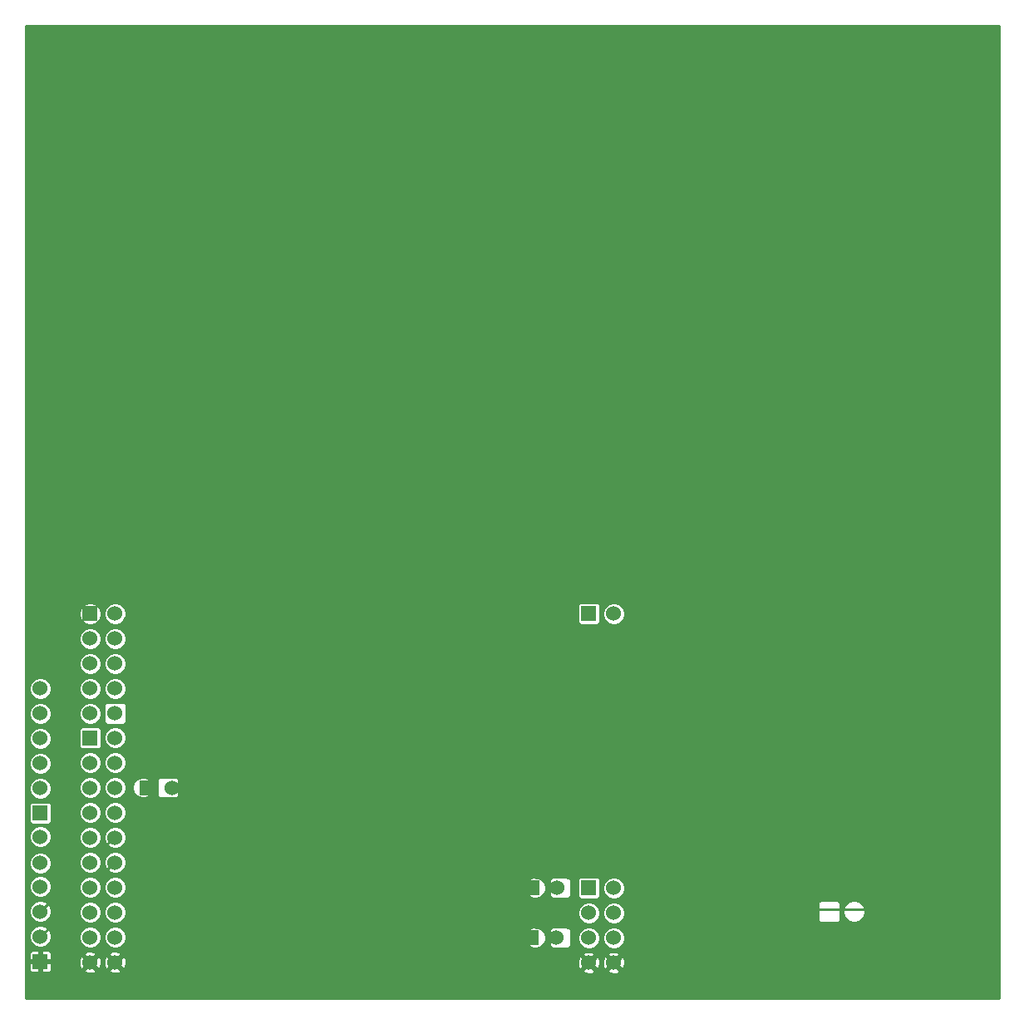
<source format=gbl>
G04 (created by PCBNEW (2013-07-07 BZR 4022)-stable) date 28/01/2014 16:49:45*
%MOIN*%
G04 Gerber Fmt 3.4, Leading zero omitted, Abs format*
%FSLAX34Y34*%
G01*
G70*
G90*
G04 APERTURE LIST*
%ADD10C,0.00590551*%
%ADD11R,0.06X0.06*%
%ADD12C,0.06*%
%ADD13C,0.11811*%
%ADD14R,0.055X0.055*%
%ADD15C,0.055*%
%ADD16C,0.04*%
%ADD17C,0.035*%
%ADD18C,0.0708661*%
%ADD19R,0.0708661X0.0708661*%
%ADD20R,0.1X0.1*%
%ADD21C,0.1*%
%ADD22C,0.045*%
%ADD23C,0.01*%
G04 APERTURE END LIST*
G54D10*
G54D11*
X70000Y-71000D03*
G54D12*
X71000Y-71000D03*
X70000Y-72000D03*
X71000Y-72000D03*
X70000Y-73000D03*
X71000Y-73000D03*
X70000Y-74000D03*
X71000Y-74000D03*
G54D11*
X50000Y-60000D03*
G54D12*
X51000Y-60000D03*
X50000Y-61000D03*
X51000Y-61000D03*
X50000Y-62000D03*
X51000Y-62000D03*
X50000Y-63000D03*
X51000Y-63000D03*
X50000Y-64000D03*
X51000Y-64000D03*
G54D11*
X70000Y-60000D03*
G54D12*
X71000Y-60000D03*
G54D11*
X50000Y-64984D03*
G54D12*
X51000Y-64984D03*
X50000Y-65984D03*
X51000Y-65984D03*
X50000Y-66984D03*
X51000Y-66984D03*
X50000Y-67984D03*
X51000Y-67984D03*
X50000Y-68984D03*
X51000Y-68984D03*
X50000Y-69984D03*
X51000Y-69984D03*
X50000Y-70984D03*
X51000Y-70984D03*
X50000Y-71984D03*
X51000Y-71984D03*
X50000Y-72984D03*
X51000Y-72984D03*
X50000Y-73984D03*
X51000Y-73984D03*
G54D11*
X48000Y-73950D03*
G54D12*
X48000Y-72950D03*
X48000Y-71950D03*
X48000Y-70950D03*
X48000Y-70000D03*
X48000Y-68950D03*
G54D11*
X48000Y-68000D03*
G54D12*
X48000Y-67000D03*
X48000Y-66000D03*
X48000Y-65000D03*
X48000Y-64000D03*
X48000Y-63000D03*
G54D11*
X57525Y-74850D03*
G54D12*
X56525Y-74850D03*
X55525Y-74850D03*
X54525Y-74850D03*
X53525Y-74850D03*
X52525Y-74850D03*
G54D11*
X67725Y-71000D03*
G54D12*
X68725Y-71000D03*
G54D11*
X67700Y-73000D03*
G54D12*
X68700Y-73000D03*
G54D11*
X52275Y-67000D03*
G54D12*
X53275Y-67000D03*
G54D11*
X71000Y-75025D03*
G54D12*
X70000Y-75025D03*
X69000Y-75000D03*
X68000Y-75025D03*
X67000Y-75025D03*
X66000Y-75025D03*
G54D11*
X86000Y-66000D03*
G54D13*
X67600Y-54000D03*
X50500Y-39750D03*
X60825Y-62650D03*
G54D11*
X59100Y-37900D03*
G54D12*
X60100Y-37900D03*
X61100Y-37900D03*
G54D11*
X57350Y-37950D03*
G54D12*
X56350Y-37950D03*
X55350Y-37950D03*
X54350Y-37950D03*
X53350Y-37950D03*
X52350Y-37950D03*
G54D11*
X48225Y-57000D03*
X48450Y-52500D03*
X48825Y-39150D03*
G54D12*
X48825Y-40150D03*
X48825Y-41150D03*
X48825Y-42150D03*
X48825Y-43150D03*
X48825Y-44150D03*
G54D14*
X48400Y-49000D03*
G54D15*
X48400Y-50000D03*
G54D14*
X62800Y-38000D03*
G54D15*
X63800Y-38000D03*
G54D14*
X65400Y-38000D03*
G54D15*
X66400Y-38000D03*
G54D11*
X50000Y-49984D03*
G54D12*
X51000Y-49984D03*
X50000Y-50984D03*
X51000Y-50984D03*
X50000Y-51984D03*
X51000Y-51984D03*
X50000Y-52984D03*
X51000Y-52984D03*
X50000Y-53984D03*
X51000Y-53984D03*
X50000Y-54984D03*
X51000Y-54984D03*
X50000Y-55984D03*
X51000Y-55984D03*
X50000Y-56984D03*
X51000Y-56984D03*
X50000Y-57984D03*
X51000Y-57984D03*
X50000Y-58984D03*
X51000Y-58984D03*
G54D11*
X70000Y-60984D03*
G54D12*
X71000Y-60984D03*
X70000Y-61984D03*
X71000Y-61984D03*
X70000Y-62984D03*
X71000Y-62984D03*
X70000Y-63984D03*
X71000Y-63984D03*
X70000Y-64984D03*
X71000Y-64984D03*
X70000Y-65984D03*
X71000Y-65984D03*
X70000Y-66984D03*
X71000Y-66984D03*
X70000Y-67984D03*
X71000Y-67984D03*
X70000Y-68984D03*
X71000Y-68984D03*
X70000Y-69984D03*
X71000Y-69984D03*
G54D11*
X75050Y-66918D03*
G54D12*
X75050Y-65918D03*
X76050Y-66918D03*
X76050Y-65918D03*
X77050Y-66918D03*
X77050Y-65918D03*
X78050Y-66918D03*
X78050Y-65918D03*
X79050Y-66918D03*
X79050Y-65918D03*
G54D11*
X72300Y-68218D03*
G54D16*
X83050Y-73568D03*
X84750Y-73568D03*
G54D17*
X73076Y-74309D03*
X76225Y-74309D03*
G54D13*
X80500Y-73493D03*
X84975Y-65568D03*
G54D11*
X61110Y-70494D03*
G54D12*
X62110Y-70494D03*
X63110Y-70494D03*
X64110Y-70494D03*
G54D11*
X58869Y-71062D03*
G54D12*
X58869Y-72062D03*
G54D14*
X57894Y-69887D03*
G54D15*
X58894Y-69887D03*
G54D13*
X52519Y-69987D03*
X57244Y-72937D03*
G54D18*
X85750Y-58584D03*
X85750Y-57206D03*
G54D19*
X85750Y-37915D03*
G54D18*
X85750Y-39293D03*
X85750Y-40671D03*
X85750Y-42049D03*
X85750Y-43427D03*
X85750Y-44805D03*
X85750Y-46183D03*
X85750Y-47561D03*
X85750Y-48938D03*
X85750Y-50316D03*
X85750Y-51694D03*
X85750Y-53072D03*
X85750Y-54450D03*
X85750Y-55828D03*
G54D11*
X70000Y-49984D03*
G54D12*
X71000Y-49984D03*
X70000Y-50984D03*
X71000Y-50984D03*
X70000Y-51984D03*
X71000Y-51984D03*
X70000Y-52984D03*
X71000Y-52984D03*
X70000Y-53984D03*
X71000Y-53984D03*
X70000Y-54984D03*
X71000Y-54984D03*
X70000Y-55984D03*
X71000Y-55984D03*
X70000Y-56984D03*
X71000Y-56984D03*
X70000Y-57984D03*
X71000Y-57984D03*
X70000Y-58984D03*
X71000Y-58984D03*
G54D14*
X81475Y-53100D03*
G54D15*
X81475Y-54100D03*
G54D14*
X81475Y-44100D03*
G54D15*
X81475Y-45100D03*
G54D14*
X82475Y-52850D03*
G54D15*
X82475Y-51850D03*
G54D14*
X82475Y-43850D03*
G54D15*
X82475Y-42850D03*
G54D14*
X81525Y-50050D03*
G54D15*
X81525Y-51050D03*
G54D14*
X82475Y-39850D03*
G54D15*
X82475Y-40850D03*
G54D20*
X79425Y-37775D03*
G54D21*
X77425Y-37775D03*
X75425Y-37775D03*
G54D14*
X82475Y-46850D03*
G54D15*
X82475Y-45850D03*
G54D14*
X82475Y-55850D03*
G54D15*
X82475Y-54850D03*
G54D14*
X81525Y-47050D03*
G54D15*
X81525Y-48050D03*
G54D14*
X81475Y-56100D03*
G54D15*
X81475Y-57100D03*
G54D14*
X82475Y-49850D03*
G54D15*
X82475Y-48850D03*
G54D14*
X82475Y-58850D03*
G54D15*
X82475Y-57850D03*
G54D14*
X81525Y-39750D03*
G54D15*
X81500Y-38750D03*
G54D14*
X82475Y-41850D03*
G54D15*
X81475Y-41850D03*
G54D22*
X69500Y-53500D03*
X71500Y-52500D03*
G54D14*
X76000Y-60250D03*
G54D15*
X75000Y-60250D03*
G54D19*
X86000Y-60000D03*
G54D18*
X86000Y-61000D03*
X86000Y-62000D03*
X86000Y-63000D03*
X86000Y-64000D03*
X86000Y-65000D03*
G54D17*
X59972Y-63532D03*
X55860Y-69994D03*
X58360Y-68994D03*
X60360Y-67244D03*
X62450Y-49400D03*
X61100Y-40800D03*
X51972Y-47476D03*
X64400Y-55950D03*
X54358Y-55964D03*
X59100Y-55950D03*
X51600Y-45200D03*
X56696Y-44031D03*
X55450Y-42950D03*
X73200Y-69368D03*
X80550Y-66418D03*
X85700Y-68718D03*
X86000Y-69868D03*
X76900Y-72068D03*
X65000Y-42700D03*
X65000Y-44650D03*
X65600Y-39250D03*
X65600Y-46400D03*
X64300Y-45850D03*
X64500Y-39100D03*
X50100Y-43150D03*
X53000Y-47850D03*
X59150Y-42700D03*
X57389Y-42633D03*
X58700Y-42850D03*
X60500Y-42850D03*
X60100Y-40900D03*
X60850Y-43850D03*
X58950Y-39475D03*
X51800Y-55200D03*
X61250Y-60950D03*
X49500Y-60700D03*
X51600Y-61350D03*
X56900Y-59100D03*
X59610Y-58255D03*
X62000Y-61400D03*
X51700Y-55750D03*
X74250Y-69068D03*
X77700Y-68018D03*
X74950Y-70618D03*
X74100Y-70618D03*
X79900Y-68568D03*
X74700Y-71768D03*
X84425Y-70368D03*
X84950Y-66818D03*
X82700Y-66218D03*
X76050Y-71418D03*
X77450Y-71468D03*
X73950Y-64600D03*
X73050Y-63700D03*
X76650Y-59750D03*
X51500Y-60300D03*
X52000Y-57700D03*
X51650Y-59850D03*
X51800Y-57050D03*
X61850Y-51700D03*
X63377Y-46173D03*
X61450Y-45500D03*
X63400Y-44450D03*
X59600Y-47350D03*
X59200Y-51100D03*
X66200Y-57550D03*
X64750Y-59950D03*
X66350Y-50000D03*
X66100Y-56250D03*
X57250Y-51300D03*
X58600Y-46000D03*
X65000Y-58050D03*
X63700Y-59950D03*
X53496Y-51015D03*
X54633Y-53413D03*
X53964Y-54220D03*
X54850Y-49300D03*
X60700Y-55300D03*
X59700Y-49250D03*
X58150Y-50950D03*
X59950Y-53750D03*
X59550Y-59950D03*
X60650Y-58150D03*
X85200Y-75268D03*
X85200Y-74718D03*
X81700Y-74168D03*
X82500Y-74168D03*
X82600Y-74718D03*
X82600Y-75268D03*
X82600Y-72568D03*
X85200Y-72568D03*
X85250Y-73218D03*
X85950Y-74168D03*
X85300Y-74168D03*
X85950Y-73218D03*
X82550Y-73168D03*
X81650Y-73168D03*
X64075Y-58625D03*
X62384Y-46725D03*
X63700Y-44800D03*
X51400Y-43100D03*
X53400Y-46000D03*
X53550Y-49100D03*
X52800Y-51100D03*
X58200Y-49200D03*
X53250Y-60000D03*
X63250Y-40800D03*
X64050Y-53000D03*
X63800Y-49050D03*
X65650Y-53250D03*
X60300Y-53050D03*
X57900Y-53750D03*
X53150Y-53600D03*
X55450Y-52950D03*
X53850Y-57900D03*
X72400Y-74618D03*
X77600Y-74618D03*
X77600Y-73618D03*
X71850Y-70668D03*
X77300Y-70168D03*
X77700Y-70568D03*
X71800Y-74618D03*
X72400Y-74118D03*
X77600Y-74118D03*
X78300Y-74618D03*
X83875Y-73668D03*
X77100Y-73318D03*
X78400Y-72718D03*
X73150Y-67818D03*
X72500Y-65668D03*
X72450Y-66418D03*
X76150Y-68093D03*
X80450Y-69018D03*
X82700Y-69018D03*
X60610Y-66494D03*
X60860Y-64494D03*
X63110Y-65494D03*
X62110Y-66244D03*
X54069Y-69712D03*
X56944Y-72037D03*
X57794Y-70512D03*
X54294Y-71887D03*
G54D16*
X79000Y-38750D03*
X79750Y-38750D03*
X80500Y-38750D03*
X78500Y-38250D03*
X78500Y-37500D03*
X78250Y-36750D03*
X79000Y-36750D03*
X79750Y-36750D03*
X81500Y-37000D03*
X80500Y-37000D03*
X80500Y-38000D03*
X81000Y-37500D03*
X81500Y-38000D03*
X82500Y-39000D03*
X83250Y-39000D03*
X86000Y-36750D03*
X84500Y-36750D03*
X85250Y-37000D03*
X84750Y-37500D03*
X84750Y-38250D03*
X84250Y-38750D03*
X85250Y-38750D03*
X84750Y-39250D03*
X83750Y-39250D03*
X84250Y-39750D03*
X83250Y-39750D03*
X83750Y-40250D03*
X83250Y-40750D03*
X83200Y-43600D03*
X83000Y-47400D03*
X83400Y-47000D03*
X83800Y-46600D03*
X84200Y-46200D03*
X84600Y-45800D03*
X85000Y-45400D03*
X83600Y-50200D03*
X83600Y-49600D03*
X84200Y-49600D03*
X83000Y-50400D03*
X84600Y-55800D03*
X84000Y-55800D03*
X83400Y-55800D03*
X83800Y-56400D03*
X83200Y-56400D03*
X83200Y-58600D03*
X83600Y-59000D03*
X84000Y-58600D03*
X84400Y-59000D03*
X84800Y-58600D03*
X85200Y-59000D03*
X86200Y-59000D03*
X86200Y-58000D03*
X84600Y-53400D03*
X84000Y-53400D03*
X83400Y-53200D03*
X83600Y-52600D03*
X84200Y-52800D03*
X84600Y-52400D03*
X85000Y-52800D03*
X85200Y-52200D03*
X86200Y-52200D03*
X75500Y-58500D03*
X76000Y-58500D03*
X76500Y-58500D03*
X77000Y-58500D03*
X77750Y-59000D03*
X77250Y-59000D03*
X76750Y-59000D03*
X76250Y-59000D03*
X75750Y-59000D03*
X75250Y-59000D03*
X74750Y-59000D03*
X69250Y-58500D03*
X75000Y-58250D03*
X73750Y-58500D03*
X73500Y-40250D03*
X74250Y-39500D03*
X74750Y-39500D03*
X72500Y-39250D03*
X76750Y-44250D03*
X77250Y-44250D03*
X77500Y-44750D03*
X77000Y-44750D03*
X77750Y-44250D03*
X77750Y-47250D03*
X77500Y-47750D03*
X77250Y-47250D03*
X77250Y-50250D03*
X77500Y-50750D03*
X77750Y-50250D03*
X77250Y-53250D03*
X77500Y-53750D03*
X77750Y-53250D03*
X77750Y-56250D03*
X77500Y-56750D03*
X77250Y-56250D03*
X78250Y-57250D03*
X78750Y-57500D03*
X78250Y-54250D03*
X78750Y-54500D03*
X78250Y-51250D03*
X78750Y-51500D03*
X78250Y-48250D03*
X78750Y-48500D03*
X78250Y-45250D03*
X78750Y-45500D03*
X78250Y-42250D03*
X78750Y-42500D03*
X80750Y-56500D03*
X80250Y-56750D03*
X80750Y-57000D03*
X80750Y-57500D03*
X80250Y-57250D03*
X79250Y-57250D03*
X79750Y-57500D03*
X75750Y-56250D03*
X76000Y-56750D03*
X76250Y-56250D03*
X76500Y-56750D03*
X76750Y-56250D03*
X77000Y-56750D03*
X80750Y-53500D03*
X79250Y-54250D03*
X79750Y-54500D03*
X80250Y-54250D03*
X80750Y-54000D03*
X80250Y-53750D03*
X77000Y-53750D03*
X76750Y-53250D03*
X76250Y-53250D03*
X76500Y-53750D03*
X75750Y-53250D03*
X76000Y-53750D03*
X80750Y-50500D03*
X79250Y-51250D03*
X79750Y-51500D03*
X80250Y-51250D03*
X80750Y-51000D03*
X80250Y-50750D03*
X77000Y-50750D03*
X76750Y-50250D03*
X76250Y-50250D03*
X76500Y-50750D03*
X75750Y-50250D03*
X76000Y-50750D03*
X80750Y-47500D03*
X80250Y-47750D03*
X80750Y-48000D03*
X80250Y-48250D03*
X79250Y-48250D03*
X79750Y-48500D03*
X77000Y-47750D03*
X76750Y-47250D03*
X76250Y-47250D03*
X76500Y-47750D03*
X75750Y-47250D03*
X76000Y-47750D03*
X80750Y-44500D03*
X80250Y-44750D03*
X80750Y-45000D03*
X80250Y-45250D03*
X79250Y-45250D03*
X79750Y-45500D03*
X76250Y-44250D03*
X76500Y-44750D03*
X75750Y-44250D03*
X76000Y-44750D03*
X80250Y-41000D03*
X80250Y-40500D03*
X80750Y-40750D03*
X80250Y-41500D03*
X80750Y-41750D03*
X80250Y-42000D03*
X79250Y-42250D03*
X79750Y-42500D03*
X75500Y-40000D03*
X75250Y-39500D03*
X75750Y-39500D03*
X76250Y-39500D03*
X76750Y-39500D03*
X77250Y-39500D03*
X77500Y-40000D03*
X77000Y-40000D03*
X76500Y-40000D03*
X76000Y-40000D03*
X78250Y-41000D03*
X78250Y-40500D03*
X77750Y-40750D03*
X77750Y-41250D03*
X76750Y-41250D03*
X77250Y-41250D03*
X77500Y-41750D03*
X76000Y-41750D03*
X76500Y-41750D03*
X77000Y-41750D03*
X76250Y-41250D03*
X75750Y-41250D03*
G54D17*
X72500Y-61500D03*
X77750Y-63000D03*
X77750Y-61500D03*
X84750Y-63250D03*
X84750Y-60250D03*
X84700Y-64500D03*
X84750Y-61500D03*
X78850Y-60900D03*
X78850Y-63850D03*
X72850Y-62400D03*
X76300Y-64300D03*
G54D23*
X61300Y-50550D02*
X61300Y-55950D01*
X62450Y-49400D02*
X61300Y-50550D01*
X60218Y-44031D02*
X60531Y-44031D01*
X61100Y-40800D02*
X61100Y-43150D01*
X60218Y-44031D02*
X56696Y-44031D01*
X61250Y-43300D02*
X61100Y-43150D01*
X61250Y-44000D02*
X61250Y-43300D01*
X61050Y-44200D02*
X61250Y-44000D01*
X60700Y-44200D02*
X61050Y-44200D01*
X60531Y-44031D02*
X60700Y-44200D01*
X51600Y-45200D02*
X51600Y-47103D01*
X51600Y-47103D02*
X51972Y-47476D01*
X59100Y-55950D02*
X61300Y-55950D01*
X61300Y-55950D02*
X64400Y-55950D01*
X54358Y-55964D02*
X59085Y-55964D01*
X59085Y-55964D02*
X59100Y-55950D01*
X59350Y-37900D02*
X59100Y-37900D01*
X59400Y-37900D02*
X59350Y-37900D01*
X60100Y-37900D02*
X59400Y-37900D01*
X61100Y-37900D02*
X61100Y-40800D01*
X61100Y-37900D02*
X60100Y-37900D01*
X55450Y-42950D02*
X51600Y-45200D01*
X56696Y-44031D02*
X55450Y-42950D01*
X76050Y-65918D02*
X75850Y-65918D01*
X77550Y-65768D02*
X77550Y-65668D01*
X77550Y-65668D02*
X77800Y-65418D01*
X77050Y-66918D02*
X77050Y-66868D01*
X77550Y-66368D02*
X77550Y-65768D01*
X77550Y-65768D02*
X77550Y-65748D01*
X77050Y-66868D02*
X77550Y-66368D01*
X75500Y-67518D02*
X74650Y-67518D01*
X76950Y-65918D02*
X76450Y-66418D01*
X76450Y-66418D02*
X75800Y-66418D01*
X75800Y-66418D02*
X75500Y-66718D01*
X75500Y-66718D02*
X75500Y-67518D01*
X76950Y-65918D02*
X77050Y-65918D01*
X73200Y-68968D02*
X73200Y-69368D01*
X74650Y-67518D02*
X73200Y-68968D01*
X81065Y-66753D02*
X83784Y-66753D01*
X83784Y-66753D02*
X85000Y-68118D01*
X80550Y-66418D02*
X80430Y-66418D01*
X80730Y-66568D02*
X81065Y-66753D01*
X80580Y-66568D02*
X80730Y-66568D01*
X80430Y-66418D02*
X80580Y-66568D01*
X81065Y-66753D02*
X81080Y-66768D01*
X79050Y-65918D02*
X79800Y-65918D01*
X83650Y-67018D02*
X80975Y-67018D01*
X83650Y-67018D02*
X85300Y-68718D01*
X85300Y-68718D02*
X85700Y-68718D01*
X80975Y-67018D02*
X80675Y-66768D01*
X80350Y-66768D02*
X80675Y-66768D01*
X80100Y-66518D02*
X80350Y-66768D01*
X80100Y-66218D02*
X80100Y-66518D01*
X79800Y-65918D02*
X80100Y-66218D01*
X85200Y-69818D02*
X85950Y-69818D01*
X82850Y-68168D02*
X84645Y-69818D01*
X84645Y-69818D02*
X85200Y-69818D01*
X75300Y-70668D02*
X75300Y-70518D01*
X78180Y-68168D02*
X81100Y-68168D01*
X77880Y-68368D02*
X78180Y-68168D01*
X77450Y-68368D02*
X77880Y-68368D01*
X75300Y-70518D02*
X77450Y-68368D01*
X81100Y-68168D02*
X82850Y-68168D01*
X85950Y-69818D02*
X86000Y-69868D01*
X75300Y-70668D02*
X75300Y-70651D01*
X65000Y-44650D02*
X65000Y-42700D01*
X65600Y-39250D02*
X65600Y-46400D01*
X64300Y-45850D02*
X64300Y-39300D01*
X64300Y-39300D02*
X64500Y-39100D01*
X50100Y-43150D02*
X48825Y-43150D01*
X51850Y-47850D02*
X51250Y-47250D01*
X51250Y-47250D02*
X51250Y-43800D01*
X48825Y-41150D02*
X51250Y-43800D01*
X53000Y-47850D02*
X51850Y-47850D01*
X48825Y-40150D02*
X48925Y-40150D01*
X56533Y-42633D02*
X57389Y-42633D01*
X50675Y-41275D02*
X55350Y-41450D01*
X55350Y-41450D02*
X56533Y-42633D01*
X50400Y-40775D02*
X50675Y-41300D01*
X48925Y-40150D02*
X50400Y-40775D01*
X59150Y-42700D02*
X59100Y-42700D01*
X57523Y-42500D02*
X57389Y-42633D01*
X58900Y-42500D02*
X57523Y-42500D01*
X59100Y-42700D02*
X58900Y-42500D01*
X50250Y-41700D02*
X49825Y-40925D01*
X57750Y-42850D02*
X57600Y-43000D01*
X57600Y-43000D02*
X56600Y-43000D01*
X56600Y-43000D02*
X55300Y-41700D01*
X55300Y-41700D02*
X50250Y-41700D01*
X58700Y-42850D02*
X57750Y-42850D01*
X48325Y-39650D02*
X48825Y-39150D01*
X48325Y-40500D02*
X48325Y-39650D01*
X48450Y-40625D02*
X48325Y-40500D01*
X49100Y-40625D02*
X48450Y-40625D01*
X49400Y-40925D02*
X49100Y-40625D01*
X49825Y-40925D02*
X49400Y-40925D01*
X60500Y-41300D02*
X60500Y-42850D01*
X60100Y-40900D02*
X60500Y-41300D01*
X58950Y-39475D02*
X58950Y-42150D01*
X58950Y-42150D02*
X59150Y-42350D01*
X59150Y-42350D02*
X59350Y-42350D01*
X60850Y-43850D02*
X59350Y-42350D01*
X52100Y-55500D02*
X51800Y-55200D01*
X52100Y-55700D02*
X52100Y-55500D01*
X53450Y-57050D02*
X52100Y-55700D01*
X54250Y-57050D02*
X53450Y-57050D01*
X55672Y-58472D02*
X54250Y-57050D01*
X57272Y-58472D02*
X55672Y-58472D01*
X59950Y-61150D02*
X57272Y-58472D01*
X61050Y-61150D02*
X59950Y-61150D01*
X61250Y-60950D02*
X61050Y-61150D01*
X62500Y-38600D02*
X63100Y-38600D01*
X65400Y-37650D02*
X65400Y-38000D01*
X65250Y-37500D02*
X65400Y-37650D01*
X63600Y-37500D02*
X65250Y-37500D01*
X63300Y-37800D02*
X63600Y-37500D01*
X63300Y-38400D02*
X63300Y-37800D01*
X63100Y-38600D02*
X63300Y-38400D01*
X51600Y-54000D02*
X51000Y-54000D01*
X52000Y-53600D02*
X51600Y-54000D01*
X52000Y-50030D02*
X52000Y-53600D01*
X57380Y-44650D02*
X52000Y-50030D01*
X61300Y-44650D02*
X57380Y-44650D01*
X61700Y-44250D02*
X61300Y-44650D01*
X61700Y-39400D02*
X61700Y-44250D01*
X62500Y-38600D02*
X61700Y-39400D01*
X61500Y-39950D02*
X61500Y-39300D01*
X50100Y-53000D02*
X50600Y-52500D01*
X50600Y-52500D02*
X51200Y-52500D01*
X51200Y-52500D02*
X51800Y-51900D01*
X51800Y-51900D02*
X51800Y-49950D01*
X51800Y-49950D02*
X57300Y-44450D01*
X57300Y-44450D02*
X61200Y-44450D01*
X61200Y-44450D02*
X61500Y-44150D01*
X61500Y-44150D02*
X61500Y-39950D01*
X50000Y-53000D02*
X50100Y-53000D01*
X61500Y-39300D02*
X62800Y-38000D01*
X50000Y-53000D02*
X50000Y-52850D01*
X49500Y-60700D02*
X49500Y-61500D01*
X49500Y-61500D02*
X51300Y-61500D01*
X51300Y-61500D02*
X51600Y-61350D01*
X51647Y-61352D02*
X51602Y-61352D01*
X51602Y-61352D02*
X51600Y-61350D01*
X51000Y-56000D02*
X51000Y-56100D01*
X55500Y-59100D02*
X56900Y-59100D01*
X53950Y-57550D02*
X55500Y-59100D01*
X53200Y-57550D02*
X53950Y-57550D01*
X52350Y-56700D02*
X53200Y-57550D01*
X51600Y-56700D02*
X52350Y-56700D01*
X51000Y-56100D02*
X51600Y-56700D01*
X50000Y-55000D02*
X50150Y-55000D01*
X55755Y-58255D02*
X59610Y-58255D01*
X54350Y-56850D02*
X55755Y-58255D01*
X53600Y-56850D02*
X54350Y-56850D01*
X52350Y-55600D02*
X53600Y-56850D01*
X52350Y-55150D02*
X52350Y-55600D01*
X51700Y-54500D02*
X52350Y-55150D01*
X50650Y-54500D02*
X51700Y-54500D01*
X50150Y-55000D02*
X50650Y-54500D01*
X59900Y-61400D02*
X62000Y-61400D01*
X57200Y-58700D02*
X59900Y-61400D01*
X55600Y-58700D02*
X57200Y-58700D01*
X54150Y-57250D02*
X55600Y-58700D01*
X53300Y-57250D02*
X54150Y-57250D01*
X52450Y-56400D02*
X53300Y-57250D01*
X52350Y-56400D02*
X52450Y-56400D01*
X51700Y-55750D02*
X52350Y-56400D01*
X50000Y-57000D02*
X49350Y-57000D01*
X49350Y-57000D02*
X48225Y-57000D01*
X51000Y-69984D02*
X50966Y-69984D01*
X48875Y-72075D02*
X48000Y-72950D01*
X48875Y-70750D02*
X48875Y-72075D01*
X49100Y-70525D02*
X48875Y-70750D01*
X50425Y-70525D02*
X49100Y-70525D01*
X50966Y-69984D02*
X50425Y-70525D01*
X51000Y-68984D02*
X50941Y-68984D01*
X48500Y-71450D02*
X47950Y-72000D01*
X48500Y-69450D02*
X48500Y-71450D01*
X48525Y-69425D02*
X48500Y-69450D01*
X50500Y-69425D02*
X48525Y-69425D01*
X50941Y-68984D02*
X50500Y-69425D01*
X78050Y-66918D02*
X78150Y-66918D01*
X78050Y-66918D02*
X78050Y-67118D01*
X75800Y-69068D02*
X74250Y-69068D01*
X77500Y-67368D02*
X75800Y-69068D01*
X77800Y-67368D02*
X77500Y-67368D01*
X78050Y-67118D02*
X77800Y-67368D01*
X74950Y-70618D02*
X74950Y-70568D01*
X77500Y-68018D02*
X77700Y-68018D01*
X74950Y-70568D02*
X77500Y-68018D01*
X77850Y-67868D02*
X77700Y-68018D01*
X74650Y-70618D02*
X74250Y-71018D01*
X74250Y-71018D02*
X73750Y-71018D01*
X73750Y-71018D02*
X72850Y-70118D01*
X72850Y-70118D02*
X71800Y-70118D01*
X74950Y-70618D02*
X74650Y-70618D01*
X74950Y-70618D02*
X75000Y-70618D01*
X79050Y-67428D02*
X79050Y-67468D01*
X74100Y-70618D02*
X74250Y-70618D01*
X79050Y-67468D02*
X79050Y-66918D01*
X78900Y-67618D02*
X79050Y-67468D01*
X77600Y-67618D02*
X78900Y-67618D01*
X74950Y-70268D02*
X77600Y-67618D01*
X74600Y-70268D02*
X74950Y-70268D01*
X74250Y-70618D02*
X74600Y-70268D01*
X79050Y-66918D02*
X79045Y-66918D01*
X73650Y-70618D02*
X74100Y-70618D01*
X72950Y-69918D02*
X73650Y-70618D01*
X74700Y-71768D02*
X74700Y-71718D01*
X78550Y-68568D02*
X79900Y-68568D01*
X77550Y-68568D02*
X78550Y-68568D01*
X75600Y-70518D02*
X77550Y-68568D01*
X75600Y-70818D02*
X75600Y-70518D01*
X74700Y-71718D02*
X75600Y-70818D01*
X80250Y-68568D02*
X82650Y-68568D01*
X79900Y-68568D02*
X79900Y-68548D01*
X79900Y-68548D02*
X80250Y-68568D01*
X82650Y-68568D02*
X83570Y-69097D01*
X84425Y-70368D02*
X84425Y-71868D01*
X82700Y-66218D02*
X83900Y-66218D01*
X84400Y-66818D02*
X84950Y-66818D01*
X84150Y-66568D02*
X84400Y-66818D01*
X84150Y-66468D02*
X84150Y-66568D01*
X83900Y-66218D02*
X84150Y-66468D01*
X78200Y-71868D02*
X77850Y-71868D01*
X77850Y-71868D02*
X77450Y-71468D01*
X84425Y-71868D02*
X78200Y-71868D01*
X73050Y-63700D02*
X73950Y-64600D01*
X75050Y-60250D02*
X75000Y-60250D01*
X75550Y-59750D02*
X75050Y-60250D01*
X76650Y-59750D02*
X75550Y-59750D01*
X51995Y-60254D02*
X51500Y-60300D01*
X52000Y-57700D02*
X51995Y-60254D01*
X51650Y-59850D02*
X51650Y-57450D01*
X51650Y-57450D02*
X51800Y-57050D01*
X63377Y-50185D02*
X61850Y-51700D01*
X63377Y-46173D02*
X63377Y-50185D01*
X63200Y-44650D02*
X61450Y-45500D01*
X63400Y-44450D02*
X63200Y-44650D01*
X59200Y-47750D02*
X59200Y-51100D01*
X59600Y-47350D02*
X59200Y-47750D01*
X66200Y-58500D02*
X66200Y-57550D01*
X64750Y-59950D02*
X66200Y-58500D01*
X66350Y-56000D02*
X66350Y-50000D01*
X66100Y-56250D02*
X66350Y-56000D01*
X58600Y-49950D02*
X57250Y-51300D01*
X58600Y-46000D02*
X58600Y-49950D01*
X63800Y-38000D02*
X63800Y-39300D01*
X65000Y-47200D02*
X65000Y-58050D01*
X63950Y-46150D02*
X65000Y-47200D01*
X63950Y-45550D02*
X63950Y-46150D01*
X64100Y-45400D02*
X63950Y-45550D01*
X64100Y-39600D02*
X64100Y-45400D01*
X63800Y-39300D02*
X64100Y-39600D01*
X66400Y-38000D02*
X66400Y-39100D01*
X64150Y-59950D02*
X63700Y-59950D01*
X64700Y-59400D02*
X64150Y-59950D01*
X64850Y-59400D02*
X64700Y-59400D01*
X65550Y-58700D02*
X64850Y-59400D01*
X65550Y-56250D02*
X65550Y-58700D01*
X66100Y-55700D02*
X65550Y-56250D01*
X66100Y-50750D02*
X66100Y-55700D01*
X65850Y-50500D02*
X66100Y-50750D01*
X65850Y-49250D02*
X65850Y-50500D01*
X66100Y-49000D02*
X65850Y-49250D01*
X66100Y-46300D02*
X66100Y-49000D01*
X65850Y-46050D02*
X66100Y-46300D01*
X65850Y-39650D02*
X65850Y-46050D01*
X66400Y-39100D02*
X65850Y-39650D01*
X54633Y-53413D02*
X53863Y-53413D01*
X53496Y-51015D02*
X53496Y-52275D01*
X53500Y-52279D02*
X53496Y-52275D01*
X53500Y-53050D02*
X53500Y-52279D01*
X53863Y-53413D02*
X53500Y-53050D01*
X54850Y-52550D02*
X54850Y-52850D01*
X55000Y-53250D02*
X55000Y-53750D01*
X55000Y-53750D02*
X54529Y-54220D01*
X54529Y-54220D02*
X53964Y-54220D01*
X54850Y-52550D02*
X54850Y-49300D01*
X55000Y-53000D02*
X55000Y-53250D01*
X54850Y-52850D02*
X55000Y-53000D01*
X60700Y-55300D02*
X60300Y-54900D01*
X60300Y-54900D02*
X60300Y-53600D01*
X60300Y-53600D02*
X59700Y-53000D01*
X59700Y-53000D02*
X59700Y-49250D01*
X58150Y-51950D02*
X58150Y-50950D01*
X59950Y-53750D02*
X58150Y-51950D01*
X59550Y-59250D02*
X59550Y-59950D01*
X60650Y-58150D02*
X59550Y-59250D01*
X62400Y-46700D02*
X62400Y-46709D01*
X62400Y-46709D02*
X62384Y-46725D01*
X50250Y-50000D02*
X50000Y-50000D01*
X50300Y-50000D02*
X50250Y-50000D01*
X51000Y-50000D02*
X50300Y-50000D01*
X49750Y-49870D02*
X50000Y-50000D01*
X48400Y-50025D02*
X50000Y-50025D01*
X48400Y-49225D02*
X48400Y-49000D01*
X48400Y-49275D02*
X48400Y-49225D01*
X48400Y-50000D02*
X48400Y-49275D01*
X77800Y-73318D02*
X77100Y-73318D01*
X78400Y-72718D02*
X77800Y-73318D01*
X73150Y-67818D02*
X73150Y-68493D01*
X72500Y-66368D02*
X72500Y-65668D01*
X72450Y-66418D02*
X72500Y-66368D01*
X74675Y-68093D02*
X76150Y-68093D01*
X73775Y-68993D02*
X74675Y-68093D01*
X73775Y-69418D02*
X73775Y-68993D01*
X73475Y-69718D02*
X73775Y-69418D01*
X73000Y-69718D02*
X73475Y-69718D01*
X72825Y-69543D02*
X73000Y-69718D01*
X72825Y-68818D02*
X72825Y-69543D01*
X73150Y-68493D02*
X72825Y-68818D01*
X80450Y-69018D02*
X82700Y-69018D01*
X56944Y-71362D02*
X56944Y-72037D01*
X57794Y-70512D02*
X56944Y-71362D01*
X80500Y-38750D02*
X79750Y-38750D01*
X78500Y-37500D02*
X78500Y-38250D01*
X79000Y-36750D02*
X78250Y-36750D01*
X81250Y-36750D02*
X79750Y-36750D01*
X81500Y-37000D02*
X81250Y-36750D01*
X80500Y-38000D02*
X80500Y-37000D01*
X81500Y-38000D02*
X81000Y-37500D01*
X83250Y-39000D02*
X82500Y-39000D01*
X82475Y-39850D02*
X82600Y-39850D01*
X84500Y-36750D02*
X86000Y-36750D01*
X84750Y-37500D02*
X85250Y-37000D01*
X84250Y-38750D02*
X84750Y-38250D01*
X84750Y-39250D02*
X85250Y-38750D01*
X84250Y-39750D02*
X83750Y-39250D01*
X83750Y-40250D02*
X83250Y-39750D01*
X83250Y-40500D02*
X83250Y-40750D01*
X82600Y-39850D02*
X83250Y-40500D01*
X82475Y-46850D02*
X82475Y-46875D01*
X82475Y-46875D02*
X83000Y-47400D01*
X83400Y-47000D02*
X83800Y-46600D01*
X84200Y-46200D02*
X84600Y-45800D01*
X82475Y-49850D02*
X82475Y-49875D01*
X84200Y-49600D02*
X83600Y-49600D01*
X82475Y-49875D02*
X83000Y-50400D01*
X82475Y-55850D02*
X82650Y-55850D01*
X84000Y-55800D02*
X84600Y-55800D01*
X83400Y-56000D02*
X83400Y-55800D01*
X83800Y-56400D02*
X83400Y-56000D01*
X82650Y-55850D02*
X83200Y-56400D01*
X84000Y-58600D02*
X83600Y-59000D01*
X84800Y-58600D02*
X84400Y-59000D01*
X86200Y-59000D02*
X85200Y-59000D01*
X85750Y-58584D02*
X85750Y-58450D01*
X85750Y-58450D02*
X86200Y-58000D01*
X83600Y-53400D02*
X84000Y-53400D01*
X83400Y-53200D02*
X83600Y-53400D01*
X84000Y-52600D02*
X83600Y-52600D01*
X84200Y-52800D02*
X84000Y-52600D01*
X85000Y-52800D02*
X84600Y-52400D01*
X86200Y-52200D02*
X85200Y-52200D01*
X75000Y-58250D02*
X74750Y-58500D01*
X76000Y-58500D02*
X75500Y-58500D01*
X77000Y-58500D02*
X76500Y-58500D01*
X77250Y-59000D02*
X77750Y-59000D01*
X76250Y-59000D02*
X76750Y-59000D01*
X75250Y-59000D02*
X75750Y-59000D01*
X74750Y-58500D02*
X74750Y-59000D01*
X75000Y-58250D02*
X72750Y-58250D01*
X72500Y-58500D02*
X69250Y-58500D01*
X72750Y-58250D02*
X72500Y-58500D01*
X75000Y-58250D02*
X74000Y-58250D01*
X74000Y-58250D02*
X73750Y-58500D01*
X74750Y-39500D02*
X74250Y-39500D01*
X75250Y-39500D02*
X72750Y-39500D01*
X72750Y-39500D02*
X72500Y-39250D01*
X76750Y-44250D02*
X77250Y-44250D01*
X77000Y-44750D02*
X77500Y-44750D01*
X77500Y-47500D02*
X77500Y-47750D01*
X77500Y-47500D02*
X77250Y-47250D01*
X77500Y-50500D02*
X77250Y-50250D01*
X77500Y-50500D02*
X77500Y-50750D01*
X77500Y-53500D02*
X77250Y-53250D01*
X77500Y-53500D02*
X77500Y-53750D01*
X77500Y-56500D02*
X77500Y-56750D01*
X77500Y-56500D02*
X77250Y-56250D01*
X78500Y-57250D02*
X78250Y-57250D01*
X78750Y-57500D02*
X78500Y-57250D01*
X78500Y-54250D02*
X78250Y-54250D01*
X78750Y-54500D02*
X78500Y-54250D01*
X78500Y-51250D02*
X78250Y-51250D01*
X78750Y-51500D02*
X78500Y-51250D01*
X78500Y-48250D02*
X78250Y-48250D01*
X78750Y-48500D02*
X78500Y-48250D01*
X78500Y-45250D02*
X78250Y-45250D01*
X78750Y-45500D02*
X78500Y-45250D01*
X78500Y-42250D02*
X78250Y-42250D01*
X78750Y-42500D02*
X78500Y-42250D01*
X80500Y-56750D02*
X80250Y-56750D01*
X80750Y-57000D02*
X80500Y-56750D01*
X80500Y-57500D02*
X80750Y-57500D01*
X80250Y-57250D02*
X80500Y-57500D01*
X79500Y-57500D02*
X79750Y-57500D01*
X79250Y-57250D02*
X79500Y-57500D01*
X75750Y-56250D02*
X76000Y-56500D01*
X76000Y-56500D02*
X76000Y-56750D01*
X76250Y-56250D02*
X76500Y-56500D01*
X76500Y-56500D02*
X76500Y-56750D01*
X76750Y-56250D02*
X77000Y-56500D01*
X77000Y-56500D02*
X77000Y-56750D01*
X79250Y-54250D02*
X79500Y-54500D01*
X79500Y-54500D02*
X79750Y-54500D01*
X80250Y-54250D02*
X80500Y-54000D01*
X80500Y-54000D02*
X80750Y-54000D01*
X80250Y-53750D02*
X80500Y-53500D01*
X80500Y-53500D02*
X80750Y-53500D01*
X77000Y-53500D02*
X77000Y-53750D01*
X76750Y-53250D02*
X77000Y-53500D01*
X76250Y-53250D02*
X76500Y-53500D01*
X76500Y-53500D02*
X76500Y-53750D01*
X75750Y-53250D02*
X76000Y-53500D01*
X76000Y-53500D02*
X76000Y-53750D01*
X79250Y-51250D02*
X79500Y-51500D01*
X79500Y-51500D02*
X79750Y-51500D01*
X80250Y-51250D02*
X80500Y-51000D01*
X80500Y-51000D02*
X80750Y-51000D01*
X80250Y-50750D02*
X80500Y-50500D01*
X80500Y-50500D02*
X80750Y-50500D01*
X77000Y-50500D02*
X77000Y-50750D01*
X76750Y-50250D02*
X77000Y-50500D01*
X76250Y-50250D02*
X76500Y-50500D01*
X76500Y-50500D02*
X76500Y-50750D01*
X75750Y-50250D02*
X76000Y-50500D01*
X76000Y-50500D02*
X76000Y-50750D01*
X80500Y-47500D02*
X80750Y-47500D01*
X80250Y-47750D02*
X80500Y-47500D01*
X80500Y-48000D02*
X80750Y-48000D01*
X80250Y-48250D02*
X80500Y-48000D01*
X79500Y-48500D02*
X79750Y-48500D01*
X79250Y-48250D02*
X79500Y-48500D01*
X77000Y-47500D02*
X77000Y-47750D01*
X76750Y-47250D02*
X77000Y-47500D01*
X76250Y-47250D02*
X76500Y-47500D01*
X76500Y-47500D02*
X76500Y-47750D01*
X75750Y-47250D02*
X76000Y-47500D01*
X76000Y-47500D02*
X76000Y-47750D01*
X80500Y-44500D02*
X80750Y-44500D01*
X80250Y-44750D02*
X80500Y-44500D01*
X80500Y-45000D02*
X80750Y-45000D01*
X80250Y-45250D02*
X80500Y-45000D01*
X79500Y-45500D02*
X79750Y-45500D01*
X79250Y-45250D02*
X79500Y-45500D01*
X76250Y-44250D02*
X76500Y-44500D01*
X76500Y-44500D02*
X76500Y-44750D01*
X75750Y-44250D02*
X76000Y-44500D01*
X76000Y-44500D02*
X76000Y-44750D01*
X80250Y-41000D02*
X80250Y-41500D01*
X80500Y-40500D02*
X80250Y-40500D01*
X80750Y-40750D02*
X80500Y-40500D01*
X80500Y-41750D02*
X80750Y-41750D01*
X80250Y-42000D02*
X80500Y-41750D01*
X79500Y-42500D02*
X79750Y-42500D01*
X79250Y-42250D02*
X79500Y-42500D01*
X75500Y-39750D02*
X75500Y-40000D01*
X75250Y-39500D02*
X75500Y-39750D01*
X76250Y-39500D02*
X75750Y-39500D01*
X77250Y-39500D02*
X76750Y-39500D01*
X77000Y-40000D02*
X77500Y-40000D01*
X76000Y-40000D02*
X76500Y-40000D01*
X78250Y-40500D02*
X78250Y-41000D01*
X77750Y-41250D02*
X77750Y-40750D01*
X76750Y-41250D02*
X77250Y-41250D01*
X76000Y-41750D02*
X77500Y-41750D01*
X77000Y-41750D02*
X76500Y-41750D01*
X75750Y-41250D02*
X76250Y-41250D01*
G54D10*
G36*
X86444Y-75430D02*
X81075Y-75430D01*
X81075Y-71860D01*
X81006Y-71695D01*
X80880Y-71568D01*
X80714Y-71500D01*
X80535Y-71499D01*
X80370Y-71568D01*
X80243Y-71694D01*
X80175Y-71860D01*
X80174Y-72039D01*
X80243Y-72204D01*
X80369Y-72331D01*
X80535Y-72399D01*
X80714Y-72400D01*
X80879Y-72331D01*
X81006Y-72205D01*
X81074Y-72039D01*
X81075Y-71860D01*
X81075Y-75430D01*
X80075Y-75430D01*
X80075Y-72220D01*
X80075Y-71620D01*
X80052Y-71565D01*
X80010Y-71522D01*
X79954Y-71500D01*
X79895Y-71499D01*
X79295Y-71499D01*
X79240Y-71522D01*
X79197Y-71564D01*
X79175Y-71620D01*
X79174Y-71679D01*
X79174Y-72279D01*
X79197Y-72334D01*
X79239Y-72377D01*
X79295Y-72399D01*
X79354Y-72400D01*
X79954Y-72400D01*
X80009Y-72377D01*
X80052Y-72335D01*
X80074Y-72279D01*
X80075Y-72220D01*
X80075Y-75430D01*
X71455Y-75430D01*
X71455Y-74057D01*
X71450Y-73985D01*
X71450Y-72910D01*
X71450Y-71910D01*
X71450Y-70910D01*
X71450Y-59910D01*
X71381Y-59745D01*
X71255Y-59618D01*
X71089Y-59550D01*
X70910Y-59549D01*
X70745Y-59618D01*
X70618Y-59744D01*
X70550Y-59910D01*
X70549Y-60089D01*
X70618Y-60254D01*
X70744Y-60381D01*
X70910Y-60449D01*
X71089Y-60450D01*
X71254Y-60381D01*
X71381Y-60255D01*
X71449Y-60089D01*
X71450Y-59910D01*
X71450Y-70910D01*
X71381Y-70745D01*
X71255Y-70618D01*
X71089Y-70550D01*
X70910Y-70549D01*
X70745Y-70618D01*
X70618Y-70744D01*
X70550Y-70910D01*
X70549Y-71089D01*
X70618Y-71254D01*
X70744Y-71381D01*
X70910Y-71449D01*
X71089Y-71450D01*
X71254Y-71381D01*
X71381Y-71255D01*
X71449Y-71089D01*
X71450Y-70910D01*
X71450Y-71910D01*
X71381Y-71745D01*
X71255Y-71618D01*
X71089Y-71550D01*
X70910Y-71549D01*
X70745Y-71618D01*
X70618Y-71744D01*
X70550Y-71910D01*
X70549Y-72089D01*
X70618Y-72254D01*
X70744Y-72381D01*
X70910Y-72449D01*
X71089Y-72450D01*
X71254Y-72381D01*
X71381Y-72255D01*
X71449Y-72089D01*
X71450Y-71910D01*
X71450Y-72910D01*
X71381Y-72745D01*
X71255Y-72618D01*
X71089Y-72550D01*
X70910Y-72549D01*
X70745Y-72618D01*
X70618Y-72744D01*
X70550Y-72910D01*
X70549Y-73089D01*
X70618Y-73254D01*
X70744Y-73381D01*
X70910Y-73449D01*
X71089Y-73450D01*
X71254Y-73381D01*
X71381Y-73255D01*
X71449Y-73089D01*
X71450Y-72910D01*
X71450Y-73985D01*
X71442Y-73879D01*
X71398Y-73772D01*
X71331Y-73739D01*
X71260Y-73810D01*
X71260Y-73668D01*
X71227Y-73601D01*
X71057Y-73544D01*
X70879Y-73557D01*
X70772Y-73601D01*
X70739Y-73668D01*
X71000Y-73929D01*
X71260Y-73668D01*
X71260Y-73810D01*
X71070Y-74000D01*
X71331Y-74260D01*
X71398Y-74227D01*
X71455Y-74057D01*
X71455Y-75430D01*
X71260Y-75430D01*
X71260Y-74331D01*
X71000Y-74070D01*
X70929Y-74141D01*
X70929Y-74000D01*
X70668Y-73739D01*
X70601Y-73772D01*
X70544Y-73942D01*
X70557Y-74120D01*
X70601Y-74227D01*
X70668Y-74260D01*
X70929Y-74000D01*
X70929Y-74141D01*
X70739Y-74331D01*
X70772Y-74398D01*
X70942Y-74455D01*
X71120Y-74442D01*
X71227Y-74398D01*
X71260Y-74331D01*
X71260Y-75430D01*
X70455Y-75430D01*
X70455Y-74057D01*
X70450Y-73985D01*
X70450Y-72910D01*
X70450Y-71910D01*
X70450Y-71910D01*
X70450Y-71270D01*
X70450Y-70670D01*
X70450Y-60270D01*
X70450Y-59670D01*
X70427Y-59615D01*
X70385Y-59572D01*
X70329Y-59550D01*
X70270Y-59549D01*
X69670Y-59549D01*
X69615Y-59572D01*
X69572Y-59614D01*
X69550Y-59670D01*
X69549Y-59729D01*
X69549Y-60329D01*
X69572Y-60384D01*
X69614Y-60427D01*
X69670Y-60449D01*
X69729Y-60450D01*
X70329Y-60450D01*
X70384Y-60427D01*
X70427Y-60385D01*
X70449Y-60329D01*
X70450Y-60270D01*
X70450Y-70670D01*
X70427Y-70615D01*
X70385Y-70572D01*
X70329Y-70550D01*
X70270Y-70549D01*
X69670Y-70549D01*
X69615Y-70572D01*
X69572Y-70614D01*
X69550Y-70670D01*
X69549Y-70729D01*
X69549Y-71329D01*
X69572Y-71384D01*
X69614Y-71427D01*
X69670Y-71449D01*
X69729Y-71450D01*
X70329Y-71450D01*
X70384Y-71427D01*
X70427Y-71385D01*
X70449Y-71329D01*
X70450Y-71270D01*
X70450Y-71910D01*
X70381Y-71745D01*
X70255Y-71618D01*
X70089Y-71550D01*
X69910Y-71549D01*
X69745Y-71618D01*
X69618Y-71744D01*
X69550Y-71910D01*
X69549Y-72089D01*
X69618Y-72254D01*
X69744Y-72381D01*
X69910Y-72449D01*
X70089Y-72450D01*
X70254Y-72381D01*
X70381Y-72255D01*
X70449Y-72089D01*
X70450Y-71910D01*
X70450Y-72910D01*
X70381Y-72745D01*
X70255Y-72618D01*
X70089Y-72550D01*
X69910Y-72549D01*
X69745Y-72618D01*
X69618Y-72744D01*
X69550Y-72910D01*
X69549Y-73089D01*
X69618Y-73254D01*
X69744Y-73381D01*
X69910Y-73449D01*
X70089Y-73450D01*
X70254Y-73381D01*
X70381Y-73255D01*
X70449Y-73089D01*
X70450Y-72910D01*
X70450Y-73985D01*
X70442Y-73879D01*
X70398Y-73772D01*
X70331Y-73739D01*
X70260Y-73810D01*
X70260Y-73668D01*
X70227Y-73601D01*
X70057Y-73544D01*
X69879Y-73557D01*
X69772Y-73601D01*
X69739Y-73668D01*
X70000Y-73929D01*
X70260Y-73668D01*
X70260Y-73810D01*
X70070Y-74000D01*
X70331Y-74260D01*
X70398Y-74227D01*
X70455Y-74057D01*
X70455Y-75430D01*
X70260Y-75430D01*
X70260Y-74331D01*
X70000Y-74070D01*
X69929Y-74141D01*
X69929Y-74000D01*
X69668Y-73739D01*
X69601Y-73772D01*
X69544Y-73942D01*
X69557Y-74120D01*
X69601Y-74227D01*
X69668Y-74260D01*
X69929Y-74000D01*
X69929Y-74141D01*
X69739Y-74331D01*
X69772Y-74398D01*
X69942Y-74455D01*
X70120Y-74442D01*
X70227Y-74398D01*
X70260Y-74331D01*
X70260Y-75430D01*
X69275Y-75430D01*
X69275Y-73245D01*
X69275Y-72695D01*
X69275Y-71245D01*
X69275Y-70695D01*
X69252Y-70640D01*
X69210Y-70597D01*
X69154Y-70575D01*
X69095Y-70574D01*
X68545Y-70574D01*
X68490Y-70597D01*
X68447Y-70639D01*
X68425Y-70695D01*
X68424Y-70754D01*
X68424Y-71304D01*
X68447Y-71359D01*
X68489Y-71402D01*
X68545Y-71424D01*
X68604Y-71425D01*
X69154Y-71425D01*
X69209Y-71402D01*
X69252Y-71360D01*
X69274Y-71304D01*
X69275Y-71245D01*
X69275Y-72695D01*
X69252Y-72640D01*
X69210Y-72597D01*
X69154Y-72575D01*
X69095Y-72574D01*
X68545Y-72574D01*
X68490Y-72597D01*
X68447Y-72639D01*
X68425Y-72695D01*
X68424Y-72754D01*
X68424Y-73304D01*
X68447Y-73359D01*
X68489Y-73402D01*
X68545Y-73424D01*
X68604Y-73425D01*
X69154Y-73425D01*
X69209Y-73402D01*
X69252Y-73360D01*
X69274Y-73304D01*
X69275Y-73245D01*
X69275Y-75430D01*
X68275Y-75430D01*
X68275Y-72915D01*
X68275Y-70915D01*
X68210Y-70759D01*
X68091Y-70639D01*
X67934Y-70575D01*
X67765Y-70574D01*
X67609Y-70639D01*
X67489Y-70758D01*
X67425Y-70915D01*
X67424Y-71084D01*
X67489Y-71240D01*
X67608Y-71360D01*
X67765Y-71424D01*
X67934Y-71425D01*
X68090Y-71360D01*
X68210Y-71241D01*
X68274Y-71084D01*
X68275Y-70915D01*
X68275Y-72915D01*
X68210Y-72759D01*
X68091Y-72639D01*
X67934Y-72575D01*
X67765Y-72574D01*
X67609Y-72639D01*
X67489Y-72758D01*
X67425Y-72915D01*
X67424Y-73084D01*
X67489Y-73240D01*
X67608Y-73360D01*
X67765Y-73424D01*
X67934Y-73425D01*
X68090Y-73360D01*
X68210Y-73241D01*
X68274Y-73084D01*
X68275Y-72915D01*
X68275Y-75430D01*
X53550Y-75430D01*
X53550Y-67220D01*
X53550Y-66670D01*
X53527Y-66615D01*
X53485Y-66572D01*
X53429Y-66550D01*
X53370Y-66549D01*
X52820Y-66549D01*
X52765Y-66572D01*
X52722Y-66614D01*
X52700Y-66670D01*
X52699Y-66729D01*
X52699Y-67279D01*
X52722Y-67334D01*
X52764Y-67377D01*
X52820Y-67399D01*
X52879Y-67400D01*
X53429Y-67400D01*
X53484Y-67377D01*
X53527Y-67335D01*
X53549Y-67279D01*
X53550Y-67220D01*
X53550Y-75430D01*
X52550Y-75430D01*
X52550Y-66890D01*
X52485Y-66734D01*
X52366Y-66614D01*
X52209Y-66550D01*
X52040Y-66549D01*
X51884Y-66614D01*
X51764Y-66733D01*
X51700Y-66890D01*
X51699Y-67059D01*
X51764Y-67215D01*
X51883Y-67335D01*
X52040Y-67399D01*
X52209Y-67400D01*
X52365Y-67335D01*
X52485Y-67216D01*
X52549Y-67059D01*
X52550Y-66890D01*
X52550Y-75430D01*
X51455Y-75430D01*
X51455Y-74041D01*
X51450Y-73969D01*
X51450Y-72894D01*
X51450Y-71894D01*
X51450Y-70894D01*
X51450Y-69894D01*
X51450Y-68894D01*
X51450Y-67894D01*
X51450Y-66894D01*
X51450Y-65894D01*
X51450Y-64894D01*
X51450Y-62910D01*
X51450Y-61910D01*
X51450Y-60910D01*
X51450Y-59910D01*
X51381Y-59745D01*
X51255Y-59618D01*
X51089Y-59550D01*
X50910Y-59549D01*
X50745Y-59618D01*
X50618Y-59744D01*
X50550Y-59910D01*
X50549Y-60089D01*
X50618Y-60254D01*
X50744Y-60381D01*
X50910Y-60449D01*
X51089Y-60450D01*
X51254Y-60381D01*
X51381Y-60255D01*
X51449Y-60089D01*
X51450Y-59910D01*
X51450Y-60910D01*
X51381Y-60745D01*
X51255Y-60618D01*
X51089Y-60550D01*
X50910Y-60549D01*
X50745Y-60618D01*
X50618Y-60744D01*
X50550Y-60910D01*
X50549Y-61089D01*
X50618Y-61254D01*
X50744Y-61381D01*
X50910Y-61449D01*
X51089Y-61450D01*
X51254Y-61381D01*
X51381Y-61255D01*
X51449Y-61089D01*
X51450Y-60910D01*
X51450Y-61910D01*
X51381Y-61745D01*
X51255Y-61618D01*
X51089Y-61550D01*
X50910Y-61549D01*
X50745Y-61618D01*
X50618Y-61744D01*
X50550Y-61910D01*
X50549Y-62089D01*
X50618Y-62254D01*
X50744Y-62381D01*
X50910Y-62449D01*
X51089Y-62450D01*
X51254Y-62381D01*
X51381Y-62255D01*
X51449Y-62089D01*
X51450Y-61910D01*
X51450Y-62910D01*
X51381Y-62745D01*
X51255Y-62618D01*
X51089Y-62550D01*
X50910Y-62549D01*
X50745Y-62618D01*
X50618Y-62744D01*
X50550Y-62910D01*
X50549Y-63089D01*
X50618Y-63254D01*
X50744Y-63381D01*
X50910Y-63449D01*
X51089Y-63450D01*
X51254Y-63381D01*
X51381Y-63255D01*
X51449Y-63089D01*
X51450Y-62910D01*
X51450Y-64894D01*
X51450Y-64894D01*
X51450Y-64270D01*
X51450Y-63670D01*
X51427Y-63615D01*
X51385Y-63572D01*
X51329Y-63550D01*
X51270Y-63549D01*
X50670Y-63549D01*
X50615Y-63572D01*
X50572Y-63614D01*
X50550Y-63670D01*
X50549Y-63729D01*
X50549Y-64329D01*
X50572Y-64384D01*
X50614Y-64427D01*
X50670Y-64449D01*
X50729Y-64450D01*
X51329Y-64450D01*
X51384Y-64427D01*
X51427Y-64385D01*
X51449Y-64329D01*
X51450Y-64270D01*
X51450Y-64894D01*
X51381Y-64729D01*
X51255Y-64602D01*
X51089Y-64534D01*
X50910Y-64533D01*
X50745Y-64602D01*
X50618Y-64728D01*
X50550Y-64894D01*
X50549Y-65073D01*
X50618Y-65238D01*
X50744Y-65365D01*
X50910Y-65433D01*
X51089Y-65434D01*
X51254Y-65365D01*
X51381Y-65239D01*
X51449Y-65073D01*
X51450Y-64894D01*
X51450Y-65894D01*
X51381Y-65729D01*
X51255Y-65602D01*
X51089Y-65534D01*
X50910Y-65533D01*
X50745Y-65602D01*
X50618Y-65728D01*
X50550Y-65894D01*
X50549Y-66073D01*
X50618Y-66238D01*
X50744Y-66365D01*
X50910Y-66433D01*
X51089Y-66434D01*
X51254Y-66365D01*
X51381Y-66239D01*
X51449Y-66073D01*
X51450Y-65894D01*
X51450Y-66894D01*
X51381Y-66729D01*
X51255Y-66602D01*
X51089Y-66534D01*
X50910Y-66533D01*
X50745Y-66602D01*
X50618Y-66728D01*
X50550Y-66894D01*
X50549Y-67073D01*
X50618Y-67238D01*
X50744Y-67365D01*
X50910Y-67433D01*
X51089Y-67434D01*
X51254Y-67365D01*
X51381Y-67239D01*
X51449Y-67073D01*
X51450Y-66894D01*
X51450Y-67894D01*
X51381Y-67729D01*
X51255Y-67602D01*
X51089Y-67534D01*
X50910Y-67533D01*
X50745Y-67602D01*
X50618Y-67728D01*
X50550Y-67894D01*
X50549Y-68073D01*
X50618Y-68238D01*
X50744Y-68365D01*
X50910Y-68433D01*
X51089Y-68434D01*
X51254Y-68365D01*
X51381Y-68239D01*
X51449Y-68073D01*
X51450Y-67894D01*
X51450Y-68894D01*
X51381Y-68729D01*
X51255Y-68602D01*
X51089Y-68534D01*
X50910Y-68533D01*
X50745Y-68602D01*
X50618Y-68728D01*
X50550Y-68894D01*
X50549Y-69073D01*
X50618Y-69238D01*
X50744Y-69365D01*
X50910Y-69433D01*
X51089Y-69434D01*
X51254Y-69365D01*
X51381Y-69239D01*
X51449Y-69073D01*
X51450Y-68894D01*
X51450Y-69894D01*
X51381Y-69729D01*
X51255Y-69602D01*
X51089Y-69534D01*
X50910Y-69533D01*
X50745Y-69602D01*
X50618Y-69728D01*
X50550Y-69894D01*
X50549Y-70073D01*
X50618Y-70238D01*
X50744Y-70365D01*
X50910Y-70433D01*
X51089Y-70434D01*
X51254Y-70365D01*
X51381Y-70239D01*
X51449Y-70073D01*
X51450Y-69894D01*
X51450Y-70894D01*
X51381Y-70729D01*
X51255Y-70602D01*
X51089Y-70534D01*
X50910Y-70533D01*
X50745Y-70602D01*
X50618Y-70728D01*
X50550Y-70894D01*
X50549Y-71073D01*
X50618Y-71238D01*
X50744Y-71365D01*
X50910Y-71433D01*
X51089Y-71434D01*
X51254Y-71365D01*
X51381Y-71239D01*
X51449Y-71073D01*
X51450Y-70894D01*
X51450Y-71894D01*
X51381Y-71729D01*
X51255Y-71602D01*
X51089Y-71534D01*
X50910Y-71533D01*
X50745Y-71602D01*
X50618Y-71728D01*
X50550Y-71894D01*
X50549Y-72073D01*
X50618Y-72238D01*
X50744Y-72365D01*
X50910Y-72433D01*
X51089Y-72434D01*
X51254Y-72365D01*
X51381Y-72239D01*
X51449Y-72073D01*
X51450Y-71894D01*
X51450Y-72894D01*
X51381Y-72729D01*
X51255Y-72602D01*
X51089Y-72534D01*
X50910Y-72533D01*
X50745Y-72602D01*
X50618Y-72728D01*
X50550Y-72894D01*
X50549Y-73073D01*
X50618Y-73238D01*
X50744Y-73365D01*
X50910Y-73433D01*
X51089Y-73434D01*
X51254Y-73365D01*
X51381Y-73239D01*
X51449Y-73073D01*
X51450Y-72894D01*
X51450Y-73969D01*
X51442Y-73863D01*
X51398Y-73756D01*
X51331Y-73723D01*
X51260Y-73794D01*
X51260Y-73652D01*
X51227Y-73585D01*
X51057Y-73528D01*
X50879Y-73541D01*
X50772Y-73585D01*
X50739Y-73652D01*
X51000Y-73913D01*
X51260Y-73652D01*
X51260Y-73794D01*
X51070Y-73984D01*
X51331Y-74244D01*
X51398Y-74211D01*
X51455Y-74041D01*
X51455Y-75430D01*
X51260Y-75430D01*
X51260Y-74315D01*
X51000Y-74054D01*
X50929Y-74125D01*
X50929Y-73984D01*
X50668Y-73723D01*
X50601Y-73756D01*
X50544Y-73926D01*
X50557Y-74104D01*
X50601Y-74211D01*
X50668Y-74244D01*
X50929Y-73984D01*
X50929Y-74125D01*
X50739Y-74315D01*
X50772Y-74382D01*
X50942Y-74439D01*
X51120Y-74426D01*
X51227Y-74382D01*
X51260Y-74315D01*
X51260Y-75430D01*
X50455Y-75430D01*
X50455Y-74041D01*
X50450Y-73969D01*
X50450Y-72894D01*
X50450Y-71894D01*
X50450Y-70894D01*
X50450Y-69894D01*
X50450Y-68894D01*
X50450Y-67894D01*
X50450Y-66894D01*
X50450Y-65894D01*
X50450Y-63910D01*
X50450Y-62910D01*
X50450Y-61910D01*
X50450Y-60910D01*
X50450Y-59910D01*
X50381Y-59745D01*
X50255Y-59618D01*
X50089Y-59550D01*
X49910Y-59549D01*
X49745Y-59618D01*
X49618Y-59744D01*
X49550Y-59910D01*
X49549Y-60089D01*
X49618Y-60254D01*
X49744Y-60381D01*
X49910Y-60449D01*
X50089Y-60450D01*
X50254Y-60381D01*
X50381Y-60255D01*
X50449Y-60089D01*
X50450Y-59910D01*
X50450Y-60910D01*
X50381Y-60745D01*
X50255Y-60618D01*
X50089Y-60550D01*
X49910Y-60549D01*
X49745Y-60618D01*
X49618Y-60744D01*
X49550Y-60910D01*
X49549Y-61089D01*
X49618Y-61254D01*
X49744Y-61381D01*
X49910Y-61449D01*
X50089Y-61450D01*
X50254Y-61381D01*
X50381Y-61255D01*
X50449Y-61089D01*
X50450Y-60910D01*
X50450Y-61910D01*
X50381Y-61745D01*
X50255Y-61618D01*
X50089Y-61550D01*
X49910Y-61549D01*
X49745Y-61618D01*
X49618Y-61744D01*
X49550Y-61910D01*
X49549Y-62089D01*
X49618Y-62254D01*
X49744Y-62381D01*
X49910Y-62449D01*
X50089Y-62450D01*
X50254Y-62381D01*
X50381Y-62255D01*
X50449Y-62089D01*
X50450Y-61910D01*
X50450Y-62910D01*
X50381Y-62745D01*
X50255Y-62618D01*
X50089Y-62550D01*
X49910Y-62549D01*
X49745Y-62618D01*
X49618Y-62744D01*
X49550Y-62910D01*
X49549Y-63089D01*
X49618Y-63254D01*
X49744Y-63381D01*
X49910Y-63449D01*
X50089Y-63450D01*
X50254Y-63381D01*
X50381Y-63255D01*
X50449Y-63089D01*
X50450Y-62910D01*
X50450Y-63910D01*
X50381Y-63745D01*
X50255Y-63618D01*
X50089Y-63550D01*
X49910Y-63549D01*
X49745Y-63618D01*
X49618Y-63744D01*
X49550Y-63910D01*
X49549Y-64089D01*
X49618Y-64254D01*
X49744Y-64381D01*
X49910Y-64449D01*
X50089Y-64450D01*
X50254Y-64381D01*
X50381Y-64255D01*
X50449Y-64089D01*
X50450Y-63910D01*
X50450Y-65894D01*
X50450Y-65894D01*
X50450Y-65254D01*
X50450Y-64654D01*
X50427Y-64599D01*
X50385Y-64556D01*
X50329Y-64534D01*
X50270Y-64533D01*
X49670Y-64533D01*
X49615Y-64556D01*
X49572Y-64598D01*
X49550Y-64654D01*
X49549Y-64713D01*
X49549Y-65313D01*
X49572Y-65368D01*
X49614Y-65411D01*
X49670Y-65433D01*
X49729Y-65434D01*
X50329Y-65434D01*
X50384Y-65411D01*
X50427Y-65369D01*
X50449Y-65313D01*
X50450Y-65254D01*
X50450Y-65894D01*
X50381Y-65729D01*
X50255Y-65602D01*
X50089Y-65534D01*
X49910Y-65533D01*
X49745Y-65602D01*
X49618Y-65728D01*
X49550Y-65894D01*
X49549Y-66073D01*
X49618Y-66238D01*
X49744Y-66365D01*
X49910Y-66433D01*
X50089Y-66434D01*
X50254Y-66365D01*
X50381Y-66239D01*
X50449Y-66073D01*
X50450Y-65894D01*
X50450Y-66894D01*
X50381Y-66729D01*
X50255Y-66602D01*
X50089Y-66534D01*
X49910Y-66533D01*
X49745Y-66602D01*
X49618Y-66728D01*
X49550Y-66894D01*
X49549Y-67073D01*
X49618Y-67238D01*
X49744Y-67365D01*
X49910Y-67433D01*
X50089Y-67434D01*
X50254Y-67365D01*
X50381Y-67239D01*
X50449Y-67073D01*
X50450Y-66894D01*
X50450Y-67894D01*
X50381Y-67729D01*
X50255Y-67602D01*
X50089Y-67534D01*
X49910Y-67533D01*
X49745Y-67602D01*
X49618Y-67728D01*
X49550Y-67894D01*
X49549Y-68073D01*
X49618Y-68238D01*
X49744Y-68365D01*
X49910Y-68433D01*
X50089Y-68434D01*
X50254Y-68365D01*
X50381Y-68239D01*
X50449Y-68073D01*
X50450Y-67894D01*
X50450Y-68894D01*
X50381Y-68729D01*
X50255Y-68602D01*
X50089Y-68534D01*
X49910Y-68533D01*
X49745Y-68602D01*
X49618Y-68728D01*
X49550Y-68894D01*
X49549Y-69073D01*
X49618Y-69238D01*
X49744Y-69365D01*
X49910Y-69433D01*
X50089Y-69434D01*
X50254Y-69365D01*
X50381Y-69239D01*
X50449Y-69073D01*
X50450Y-68894D01*
X50450Y-69894D01*
X50381Y-69729D01*
X50255Y-69602D01*
X50089Y-69534D01*
X49910Y-69533D01*
X49745Y-69602D01*
X49618Y-69728D01*
X49550Y-69894D01*
X49549Y-70073D01*
X49618Y-70238D01*
X49744Y-70365D01*
X49910Y-70433D01*
X50089Y-70434D01*
X50254Y-70365D01*
X50381Y-70239D01*
X50449Y-70073D01*
X50450Y-69894D01*
X50450Y-70894D01*
X50381Y-70729D01*
X50255Y-70602D01*
X50089Y-70534D01*
X49910Y-70533D01*
X49745Y-70602D01*
X49618Y-70728D01*
X49550Y-70894D01*
X49549Y-71073D01*
X49618Y-71238D01*
X49744Y-71365D01*
X49910Y-71433D01*
X50089Y-71434D01*
X50254Y-71365D01*
X50381Y-71239D01*
X50449Y-71073D01*
X50450Y-70894D01*
X50450Y-71894D01*
X50381Y-71729D01*
X50255Y-71602D01*
X50089Y-71534D01*
X49910Y-71533D01*
X49745Y-71602D01*
X49618Y-71728D01*
X49550Y-71894D01*
X49549Y-72073D01*
X49618Y-72238D01*
X49744Y-72365D01*
X49910Y-72433D01*
X50089Y-72434D01*
X50254Y-72365D01*
X50381Y-72239D01*
X50449Y-72073D01*
X50450Y-71894D01*
X50450Y-72894D01*
X50381Y-72729D01*
X50255Y-72602D01*
X50089Y-72534D01*
X49910Y-72533D01*
X49745Y-72602D01*
X49618Y-72728D01*
X49550Y-72894D01*
X49549Y-73073D01*
X49618Y-73238D01*
X49744Y-73365D01*
X49910Y-73433D01*
X50089Y-73434D01*
X50254Y-73365D01*
X50381Y-73239D01*
X50449Y-73073D01*
X50450Y-72894D01*
X50450Y-73969D01*
X50442Y-73863D01*
X50398Y-73756D01*
X50331Y-73723D01*
X50260Y-73794D01*
X50260Y-73652D01*
X50227Y-73585D01*
X50057Y-73528D01*
X49879Y-73541D01*
X49772Y-73585D01*
X49739Y-73652D01*
X50000Y-73913D01*
X50260Y-73652D01*
X50260Y-73794D01*
X50070Y-73984D01*
X50331Y-74244D01*
X50398Y-74211D01*
X50455Y-74041D01*
X50455Y-75430D01*
X50260Y-75430D01*
X50260Y-74315D01*
X50000Y-74054D01*
X49929Y-74125D01*
X49929Y-73984D01*
X49668Y-73723D01*
X49601Y-73756D01*
X49544Y-73926D01*
X49557Y-74104D01*
X49601Y-74211D01*
X49668Y-74244D01*
X49929Y-73984D01*
X49929Y-74125D01*
X49739Y-74315D01*
X49772Y-74382D01*
X49942Y-74439D01*
X50120Y-74426D01*
X50227Y-74382D01*
X50260Y-74315D01*
X50260Y-75430D01*
X48450Y-75430D01*
X48450Y-72860D01*
X48450Y-71860D01*
X48450Y-70860D01*
X48450Y-69910D01*
X48450Y-68860D01*
X48450Y-66910D01*
X48450Y-65910D01*
X48450Y-64910D01*
X48450Y-63910D01*
X48450Y-62910D01*
X48381Y-62745D01*
X48255Y-62618D01*
X48089Y-62550D01*
X47910Y-62549D01*
X47745Y-62618D01*
X47618Y-62744D01*
X47550Y-62910D01*
X47549Y-63089D01*
X47618Y-63254D01*
X47744Y-63381D01*
X47910Y-63449D01*
X48089Y-63450D01*
X48254Y-63381D01*
X48381Y-63255D01*
X48449Y-63089D01*
X48450Y-62910D01*
X48450Y-63910D01*
X48381Y-63745D01*
X48255Y-63618D01*
X48089Y-63550D01*
X47910Y-63549D01*
X47745Y-63618D01*
X47618Y-63744D01*
X47550Y-63910D01*
X47549Y-64089D01*
X47618Y-64254D01*
X47744Y-64381D01*
X47910Y-64449D01*
X48089Y-64450D01*
X48254Y-64381D01*
X48381Y-64255D01*
X48449Y-64089D01*
X48450Y-63910D01*
X48450Y-64910D01*
X48381Y-64745D01*
X48255Y-64618D01*
X48089Y-64550D01*
X47910Y-64549D01*
X47745Y-64618D01*
X47618Y-64744D01*
X47550Y-64910D01*
X47549Y-65089D01*
X47618Y-65254D01*
X47744Y-65381D01*
X47910Y-65449D01*
X48089Y-65450D01*
X48254Y-65381D01*
X48381Y-65255D01*
X48449Y-65089D01*
X48450Y-64910D01*
X48450Y-65910D01*
X48381Y-65745D01*
X48255Y-65618D01*
X48089Y-65550D01*
X47910Y-65549D01*
X47745Y-65618D01*
X47618Y-65744D01*
X47550Y-65910D01*
X47549Y-66089D01*
X47618Y-66254D01*
X47744Y-66381D01*
X47910Y-66449D01*
X48089Y-66450D01*
X48254Y-66381D01*
X48381Y-66255D01*
X48449Y-66089D01*
X48450Y-65910D01*
X48450Y-66910D01*
X48381Y-66745D01*
X48255Y-66618D01*
X48089Y-66550D01*
X47910Y-66549D01*
X47745Y-66618D01*
X47618Y-66744D01*
X47550Y-66910D01*
X47549Y-67089D01*
X47618Y-67254D01*
X47744Y-67381D01*
X47910Y-67449D01*
X48089Y-67450D01*
X48254Y-67381D01*
X48381Y-67255D01*
X48449Y-67089D01*
X48450Y-66910D01*
X48450Y-68860D01*
X48450Y-68860D01*
X48450Y-68270D01*
X48450Y-67670D01*
X48427Y-67615D01*
X48385Y-67572D01*
X48329Y-67550D01*
X48270Y-67549D01*
X47670Y-67549D01*
X47615Y-67572D01*
X47572Y-67614D01*
X47550Y-67670D01*
X47549Y-67729D01*
X47549Y-68329D01*
X47572Y-68384D01*
X47614Y-68427D01*
X47670Y-68449D01*
X47729Y-68450D01*
X48329Y-68450D01*
X48384Y-68427D01*
X48427Y-68385D01*
X48449Y-68329D01*
X48450Y-68270D01*
X48450Y-68860D01*
X48381Y-68695D01*
X48255Y-68568D01*
X48089Y-68500D01*
X47910Y-68499D01*
X47745Y-68568D01*
X47618Y-68694D01*
X47550Y-68860D01*
X47549Y-69039D01*
X47618Y-69204D01*
X47744Y-69331D01*
X47910Y-69399D01*
X48089Y-69400D01*
X48254Y-69331D01*
X48381Y-69205D01*
X48449Y-69039D01*
X48450Y-68860D01*
X48450Y-69910D01*
X48381Y-69745D01*
X48255Y-69618D01*
X48089Y-69550D01*
X47910Y-69549D01*
X47745Y-69618D01*
X47618Y-69744D01*
X47550Y-69910D01*
X47549Y-70089D01*
X47618Y-70254D01*
X47744Y-70381D01*
X47910Y-70449D01*
X48089Y-70450D01*
X48254Y-70381D01*
X48381Y-70255D01*
X48449Y-70089D01*
X48450Y-69910D01*
X48450Y-70860D01*
X48381Y-70695D01*
X48255Y-70568D01*
X48089Y-70500D01*
X47910Y-70499D01*
X47745Y-70568D01*
X47618Y-70694D01*
X47550Y-70860D01*
X47549Y-71039D01*
X47618Y-71204D01*
X47744Y-71331D01*
X47910Y-71399D01*
X48089Y-71400D01*
X48254Y-71331D01*
X48381Y-71205D01*
X48449Y-71039D01*
X48450Y-70860D01*
X48450Y-71860D01*
X48381Y-71695D01*
X48255Y-71568D01*
X48089Y-71500D01*
X47910Y-71499D01*
X47745Y-71568D01*
X47618Y-71694D01*
X47550Y-71860D01*
X47549Y-72039D01*
X47618Y-72204D01*
X47744Y-72331D01*
X47910Y-72399D01*
X48089Y-72400D01*
X48254Y-72331D01*
X48381Y-72205D01*
X48449Y-72039D01*
X48450Y-71860D01*
X48450Y-72860D01*
X48381Y-72695D01*
X48255Y-72568D01*
X48089Y-72500D01*
X47910Y-72499D01*
X47745Y-72568D01*
X47618Y-72694D01*
X47550Y-72860D01*
X47549Y-73039D01*
X47618Y-73204D01*
X47744Y-73331D01*
X47910Y-73399D01*
X48089Y-73400D01*
X48254Y-73331D01*
X48381Y-73205D01*
X48449Y-73039D01*
X48450Y-72860D01*
X48450Y-75430D01*
X48450Y-75430D01*
X48450Y-74279D01*
X48450Y-73620D01*
X48427Y-73565D01*
X48385Y-73522D01*
X48329Y-73500D01*
X48270Y-73499D01*
X48087Y-73500D01*
X48050Y-73537D01*
X48050Y-73900D01*
X48412Y-73900D01*
X48450Y-73862D01*
X48450Y-73620D01*
X48450Y-74279D01*
X48450Y-74037D01*
X48412Y-74000D01*
X48050Y-74000D01*
X48050Y-74362D01*
X48087Y-74400D01*
X48270Y-74400D01*
X48329Y-74399D01*
X48385Y-74377D01*
X48427Y-74334D01*
X48450Y-74279D01*
X48450Y-75430D01*
X47950Y-75430D01*
X47950Y-74362D01*
X47950Y-74000D01*
X47950Y-73900D01*
X47950Y-73537D01*
X47912Y-73500D01*
X47729Y-73499D01*
X47670Y-73500D01*
X47614Y-73522D01*
X47572Y-73565D01*
X47549Y-73620D01*
X47550Y-73862D01*
X47587Y-73900D01*
X47950Y-73900D01*
X47950Y-74000D01*
X47587Y-74000D01*
X47550Y-74037D01*
X47549Y-74279D01*
X47572Y-74334D01*
X47614Y-74377D01*
X47670Y-74399D01*
X47729Y-74400D01*
X47912Y-74400D01*
X47950Y-74362D01*
X47950Y-75430D01*
X47413Y-75430D01*
X47413Y-36419D01*
X86444Y-36419D01*
X86444Y-75430D01*
X86444Y-75430D01*
G37*
G54D23*
X86444Y-75430D02*
X81075Y-75430D01*
X81075Y-71860D01*
X81006Y-71695D01*
X80880Y-71568D01*
X80714Y-71500D01*
X80535Y-71499D01*
X80370Y-71568D01*
X80243Y-71694D01*
X80175Y-71860D01*
X80174Y-72039D01*
X80243Y-72204D01*
X80369Y-72331D01*
X80535Y-72399D01*
X80714Y-72400D01*
X80879Y-72331D01*
X81006Y-72205D01*
X81074Y-72039D01*
X81075Y-71860D01*
X81075Y-75430D01*
X80075Y-75430D01*
X80075Y-72220D01*
X80075Y-71620D01*
X80052Y-71565D01*
X80010Y-71522D01*
X79954Y-71500D01*
X79895Y-71499D01*
X79295Y-71499D01*
X79240Y-71522D01*
X79197Y-71564D01*
X79175Y-71620D01*
X79174Y-71679D01*
X79174Y-72279D01*
X79197Y-72334D01*
X79239Y-72377D01*
X79295Y-72399D01*
X79354Y-72400D01*
X79954Y-72400D01*
X80009Y-72377D01*
X80052Y-72335D01*
X80074Y-72279D01*
X80075Y-72220D01*
X80075Y-75430D01*
X71455Y-75430D01*
X71455Y-74057D01*
X71450Y-73985D01*
X71450Y-72910D01*
X71450Y-71910D01*
X71450Y-70910D01*
X71450Y-59910D01*
X71381Y-59745D01*
X71255Y-59618D01*
X71089Y-59550D01*
X70910Y-59549D01*
X70745Y-59618D01*
X70618Y-59744D01*
X70550Y-59910D01*
X70549Y-60089D01*
X70618Y-60254D01*
X70744Y-60381D01*
X70910Y-60449D01*
X71089Y-60450D01*
X71254Y-60381D01*
X71381Y-60255D01*
X71449Y-60089D01*
X71450Y-59910D01*
X71450Y-70910D01*
X71381Y-70745D01*
X71255Y-70618D01*
X71089Y-70550D01*
X70910Y-70549D01*
X70745Y-70618D01*
X70618Y-70744D01*
X70550Y-70910D01*
X70549Y-71089D01*
X70618Y-71254D01*
X70744Y-71381D01*
X70910Y-71449D01*
X71089Y-71450D01*
X71254Y-71381D01*
X71381Y-71255D01*
X71449Y-71089D01*
X71450Y-70910D01*
X71450Y-71910D01*
X71381Y-71745D01*
X71255Y-71618D01*
X71089Y-71550D01*
X70910Y-71549D01*
X70745Y-71618D01*
X70618Y-71744D01*
X70550Y-71910D01*
X70549Y-72089D01*
X70618Y-72254D01*
X70744Y-72381D01*
X70910Y-72449D01*
X71089Y-72450D01*
X71254Y-72381D01*
X71381Y-72255D01*
X71449Y-72089D01*
X71450Y-71910D01*
X71450Y-72910D01*
X71381Y-72745D01*
X71255Y-72618D01*
X71089Y-72550D01*
X70910Y-72549D01*
X70745Y-72618D01*
X70618Y-72744D01*
X70550Y-72910D01*
X70549Y-73089D01*
X70618Y-73254D01*
X70744Y-73381D01*
X70910Y-73449D01*
X71089Y-73450D01*
X71254Y-73381D01*
X71381Y-73255D01*
X71449Y-73089D01*
X71450Y-72910D01*
X71450Y-73985D01*
X71442Y-73879D01*
X71398Y-73772D01*
X71331Y-73739D01*
X71260Y-73810D01*
X71260Y-73668D01*
X71227Y-73601D01*
X71057Y-73544D01*
X70879Y-73557D01*
X70772Y-73601D01*
X70739Y-73668D01*
X71000Y-73929D01*
X71260Y-73668D01*
X71260Y-73810D01*
X71070Y-74000D01*
X71331Y-74260D01*
X71398Y-74227D01*
X71455Y-74057D01*
X71455Y-75430D01*
X71260Y-75430D01*
X71260Y-74331D01*
X71000Y-74070D01*
X70929Y-74141D01*
X70929Y-74000D01*
X70668Y-73739D01*
X70601Y-73772D01*
X70544Y-73942D01*
X70557Y-74120D01*
X70601Y-74227D01*
X70668Y-74260D01*
X70929Y-74000D01*
X70929Y-74141D01*
X70739Y-74331D01*
X70772Y-74398D01*
X70942Y-74455D01*
X71120Y-74442D01*
X71227Y-74398D01*
X71260Y-74331D01*
X71260Y-75430D01*
X70455Y-75430D01*
X70455Y-74057D01*
X70450Y-73985D01*
X70450Y-72910D01*
X70450Y-71910D01*
X70450Y-71910D01*
X70450Y-71270D01*
X70450Y-70670D01*
X70450Y-60270D01*
X70450Y-59670D01*
X70427Y-59615D01*
X70385Y-59572D01*
X70329Y-59550D01*
X70270Y-59549D01*
X69670Y-59549D01*
X69615Y-59572D01*
X69572Y-59614D01*
X69550Y-59670D01*
X69549Y-59729D01*
X69549Y-60329D01*
X69572Y-60384D01*
X69614Y-60427D01*
X69670Y-60449D01*
X69729Y-60450D01*
X70329Y-60450D01*
X70384Y-60427D01*
X70427Y-60385D01*
X70449Y-60329D01*
X70450Y-60270D01*
X70450Y-70670D01*
X70427Y-70615D01*
X70385Y-70572D01*
X70329Y-70550D01*
X70270Y-70549D01*
X69670Y-70549D01*
X69615Y-70572D01*
X69572Y-70614D01*
X69550Y-70670D01*
X69549Y-70729D01*
X69549Y-71329D01*
X69572Y-71384D01*
X69614Y-71427D01*
X69670Y-71449D01*
X69729Y-71450D01*
X70329Y-71450D01*
X70384Y-71427D01*
X70427Y-71385D01*
X70449Y-71329D01*
X70450Y-71270D01*
X70450Y-71910D01*
X70381Y-71745D01*
X70255Y-71618D01*
X70089Y-71550D01*
X69910Y-71549D01*
X69745Y-71618D01*
X69618Y-71744D01*
X69550Y-71910D01*
X69549Y-72089D01*
X69618Y-72254D01*
X69744Y-72381D01*
X69910Y-72449D01*
X70089Y-72450D01*
X70254Y-72381D01*
X70381Y-72255D01*
X70449Y-72089D01*
X70450Y-71910D01*
X70450Y-72910D01*
X70381Y-72745D01*
X70255Y-72618D01*
X70089Y-72550D01*
X69910Y-72549D01*
X69745Y-72618D01*
X69618Y-72744D01*
X69550Y-72910D01*
X69549Y-73089D01*
X69618Y-73254D01*
X69744Y-73381D01*
X69910Y-73449D01*
X70089Y-73450D01*
X70254Y-73381D01*
X70381Y-73255D01*
X70449Y-73089D01*
X70450Y-72910D01*
X70450Y-73985D01*
X70442Y-73879D01*
X70398Y-73772D01*
X70331Y-73739D01*
X70260Y-73810D01*
X70260Y-73668D01*
X70227Y-73601D01*
X70057Y-73544D01*
X69879Y-73557D01*
X69772Y-73601D01*
X69739Y-73668D01*
X70000Y-73929D01*
X70260Y-73668D01*
X70260Y-73810D01*
X70070Y-74000D01*
X70331Y-74260D01*
X70398Y-74227D01*
X70455Y-74057D01*
X70455Y-75430D01*
X70260Y-75430D01*
X70260Y-74331D01*
X70000Y-74070D01*
X69929Y-74141D01*
X69929Y-74000D01*
X69668Y-73739D01*
X69601Y-73772D01*
X69544Y-73942D01*
X69557Y-74120D01*
X69601Y-74227D01*
X69668Y-74260D01*
X69929Y-74000D01*
X69929Y-74141D01*
X69739Y-74331D01*
X69772Y-74398D01*
X69942Y-74455D01*
X70120Y-74442D01*
X70227Y-74398D01*
X70260Y-74331D01*
X70260Y-75430D01*
X69275Y-75430D01*
X69275Y-73245D01*
X69275Y-72695D01*
X69275Y-71245D01*
X69275Y-70695D01*
X69252Y-70640D01*
X69210Y-70597D01*
X69154Y-70575D01*
X69095Y-70574D01*
X68545Y-70574D01*
X68490Y-70597D01*
X68447Y-70639D01*
X68425Y-70695D01*
X68424Y-70754D01*
X68424Y-71304D01*
X68447Y-71359D01*
X68489Y-71402D01*
X68545Y-71424D01*
X68604Y-71425D01*
X69154Y-71425D01*
X69209Y-71402D01*
X69252Y-71360D01*
X69274Y-71304D01*
X69275Y-71245D01*
X69275Y-72695D01*
X69252Y-72640D01*
X69210Y-72597D01*
X69154Y-72575D01*
X69095Y-72574D01*
X68545Y-72574D01*
X68490Y-72597D01*
X68447Y-72639D01*
X68425Y-72695D01*
X68424Y-72754D01*
X68424Y-73304D01*
X68447Y-73359D01*
X68489Y-73402D01*
X68545Y-73424D01*
X68604Y-73425D01*
X69154Y-73425D01*
X69209Y-73402D01*
X69252Y-73360D01*
X69274Y-73304D01*
X69275Y-73245D01*
X69275Y-75430D01*
X68275Y-75430D01*
X68275Y-72915D01*
X68275Y-70915D01*
X68210Y-70759D01*
X68091Y-70639D01*
X67934Y-70575D01*
X67765Y-70574D01*
X67609Y-70639D01*
X67489Y-70758D01*
X67425Y-70915D01*
X67424Y-71084D01*
X67489Y-71240D01*
X67608Y-71360D01*
X67765Y-71424D01*
X67934Y-71425D01*
X68090Y-71360D01*
X68210Y-71241D01*
X68274Y-71084D01*
X68275Y-70915D01*
X68275Y-72915D01*
X68210Y-72759D01*
X68091Y-72639D01*
X67934Y-72575D01*
X67765Y-72574D01*
X67609Y-72639D01*
X67489Y-72758D01*
X67425Y-72915D01*
X67424Y-73084D01*
X67489Y-73240D01*
X67608Y-73360D01*
X67765Y-73424D01*
X67934Y-73425D01*
X68090Y-73360D01*
X68210Y-73241D01*
X68274Y-73084D01*
X68275Y-72915D01*
X68275Y-75430D01*
X53550Y-75430D01*
X53550Y-67220D01*
X53550Y-66670D01*
X53527Y-66615D01*
X53485Y-66572D01*
X53429Y-66550D01*
X53370Y-66549D01*
X52820Y-66549D01*
X52765Y-66572D01*
X52722Y-66614D01*
X52700Y-66670D01*
X52699Y-66729D01*
X52699Y-67279D01*
X52722Y-67334D01*
X52764Y-67377D01*
X52820Y-67399D01*
X52879Y-67400D01*
X53429Y-67400D01*
X53484Y-67377D01*
X53527Y-67335D01*
X53549Y-67279D01*
X53550Y-67220D01*
X53550Y-75430D01*
X52550Y-75430D01*
X52550Y-66890D01*
X52485Y-66734D01*
X52366Y-66614D01*
X52209Y-66550D01*
X52040Y-66549D01*
X51884Y-66614D01*
X51764Y-66733D01*
X51700Y-66890D01*
X51699Y-67059D01*
X51764Y-67215D01*
X51883Y-67335D01*
X52040Y-67399D01*
X52209Y-67400D01*
X52365Y-67335D01*
X52485Y-67216D01*
X52549Y-67059D01*
X52550Y-66890D01*
X52550Y-75430D01*
X51455Y-75430D01*
X51455Y-74041D01*
X51450Y-73969D01*
X51450Y-72894D01*
X51450Y-71894D01*
X51450Y-70894D01*
X51450Y-69894D01*
X51450Y-68894D01*
X51450Y-67894D01*
X51450Y-66894D01*
X51450Y-65894D01*
X51450Y-64894D01*
X51450Y-62910D01*
X51450Y-61910D01*
X51450Y-60910D01*
X51450Y-59910D01*
X51381Y-59745D01*
X51255Y-59618D01*
X51089Y-59550D01*
X50910Y-59549D01*
X50745Y-59618D01*
X50618Y-59744D01*
X50550Y-59910D01*
X50549Y-60089D01*
X50618Y-60254D01*
X50744Y-60381D01*
X50910Y-60449D01*
X51089Y-60450D01*
X51254Y-60381D01*
X51381Y-60255D01*
X51449Y-60089D01*
X51450Y-59910D01*
X51450Y-60910D01*
X51381Y-60745D01*
X51255Y-60618D01*
X51089Y-60550D01*
X50910Y-60549D01*
X50745Y-60618D01*
X50618Y-60744D01*
X50550Y-60910D01*
X50549Y-61089D01*
X50618Y-61254D01*
X50744Y-61381D01*
X50910Y-61449D01*
X51089Y-61450D01*
X51254Y-61381D01*
X51381Y-61255D01*
X51449Y-61089D01*
X51450Y-60910D01*
X51450Y-61910D01*
X51381Y-61745D01*
X51255Y-61618D01*
X51089Y-61550D01*
X50910Y-61549D01*
X50745Y-61618D01*
X50618Y-61744D01*
X50550Y-61910D01*
X50549Y-62089D01*
X50618Y-62254D01*
X50744Y-62381D01*
X50910Y-62449D01*
X51089Y-62450D01*
X51254Y-62381D01*
X51381Y-62255D01*
X51449Y-62089D01*
X51450Y-61910D01*
X51450Y-62910D01*
X51381Y-62745D01*
X51255Y-62618D01*
X51089Y-62550D01*
X50910Y-62549D01*
X50745Y-62618D01*
X50618Y-62744D01*
X50550Y-62910D01*
X50549Y-63089D01*
X50618Y-63254D01*
X50744Y-63381D01*
X50910Y-63449D01*
X51089Y-63450D01*
X51254Y-63381D01*
X51381Y-63255D01*
X51449Y-63089D01*
X51450Y-62910D01*
X51450Y-64894D01*
X51450Y-64894D01*
X51450Y-64270D01*
X51450Y-63670D01*
X51427Y-63615D01*
X51385Y-63572D01*
X51329Y-63550D01*
X51270Y-63549D01*
X50670Y-63549D01*
X50615Y-63572D01*
X50572Y-63614D01*
X50550Y-63670D01*
X50549Y-63729D01*
X50549Y-64329D01*
X50572Y-64384D01*
X50614Y-64427D01*
X50670Y-64449D01*
X50729Y-64450D01*
X51329Y-64450D01*
X51384Y-64427D01*
X51427Y-64385D01*
X51449Y-64329D01*
X51450Y-64270D01*
X51450Y-64894D01*
X51381Y-64729D01*
X51255Y-64602D01*
X51089Y-64534D01*
X50910Y-64533D01*
X50745Y-64602D01*
X50618Y-64728D01*
X50550Y-64894D01*
X50549Y-65073D01*
X50618Y-65238D01*
X50744Y-65365D01*
X50910Y-65433D01*
X51089Y-65434D01*
X51254Y-65365D01*
X51381Y-65239D01*
X51449Y-65073D01*
X51450Y-64894D01*
X51450Y-65894D01*
X51381Y-65729D01*
X51255Y-65602D01*
X51089Y-65534D01*
X50910Y-65533D01*
X50745Y-65602D01*
X50618Y-65728D01*
X50550Y-65894D01*
X50549Y-66073D01*
X50618Y-66238D01*
X50744Y-66365D01*
X50910Y-66433D01*
X51089Y-66434D01*
X51254Y-66365D01*
X51381Y-66239D01*
X51449Y-66073D01*
X51450Y-65894D01*
X51450Y-66894D01*
X51381Y-66729D01*
X51255Y-66602D01*
X51089Y-66534D01*
X50910Y-66533D01*
X50745Y-66602D01*
X50618Y-66728D01*
X50550Y-66894D01*
X50549Y-67073D01*
X50618Y-67238D01*
X50744Y-67365D01*
X50910Y-67433D01*
X51089Y-67434D01*
X51254Y-67365D01*
X51381Y-67239D01*
X51449Y-67073D01*
X51450Y-66894D01*
X51450Y-67894D01*
X51381Y-67729D01*
X51255Y-67602D01*
X51089Y-67534D01*
X50910Y-67533D01*
X50745Y-67602D01*
X50618Y-67728D01*
X50550Y-67894D01*
X50549Y-68073D01*
X50618Y-68238D01*
X50744Y-68365D01*
X50910Y-68433D01*
X51089Y-68434D01*
X51254Y-68365D01*
X51381Y-68239D01*
X51449Y-68073D01*
X51450Y-67894D01*
X51450Y-68894D01*
X51381Y-68729D01*
X51255Y-68602D01*
X51089Y-68534D01*
X50910Y-68533D01*
X50745Y-68602D01*
X50618Y-68728D01*
X50550Y-68894D01*
X50549Y-69073D01*
X50618Y-69238D01*
X50744Y-69365D01*
X50910Y-69433D01*
X51089Y-69434D01*
X51254Y-69365D01*
X51381Y-69239D01*
X51449Y-69073D01*
X51450Y-68894D01*
X51450Y-69894D01*
X51381Y-69729D01*
X51255Y-69602D01*
X51089Y-69534D01*
X50910Y-69533D01*
X50745Y-69602D01*
X50618Y-69728D01*
X50550Y-69894D01*
X50549Y-70073D01*
X50618Y-70238D01*
X50744Y-70365D01*
X50910Y-70433D01*
X51089Y-70434D01*
X51254Y-70365D01*
X51381Y-70239D01*
X51449Y-70073D01*
X51450Y-69894D01*
X51450Y-70894D01*
X51381Y-70729D01*
X51255Y-70602D01*
X51089Y-70534D01*
X50910Y-70533D01*
X50745Y-70602D01*
X50618Y-70728D01*
X50550Y-70894D01*
X50549Y-71073D01*
X50618Y-71238D01*
X50744Y-71365D01*
X50910Y-71433D01*
X51089Y-71434D01*
X51254Y-71365D01*
X51381Y-71239D01*
X51449Y-71073D01*
X51450Y-70894D01*
X51450Y-71894D01*
X51381Y-71729D01*
X51255Y-71602D01*
X51089Y-71534D01*
X50910Y-71533D01*
X50745Y-71602D01*
X50618Y-71728D01*
X50550Y-71894D01*
X50549Y-72073D01*
X50618Y-72238D01*
X50744Y-72365D01*
X50910Y-72433D01*
X51089Y-72434D01*
X51254Y-72365D01*
X51381Y-72239D01*
X51449Y-72073D01*
X51450Y-71894D01*
X51450Y-72894D01*
X51381Y-72729D01*
X51255Y-72602D01*
X51089Y-72534D01*
X50910Y-72533D01*
X50745Y-72602D01*
X50618Y-72728D01*
X50550Y-72894D01*
X50549Y-73073D01*
X50618Y-73238D01*
X50744Y-73365D01*
X50910Y-73433D01*
X51089Y-73434D01*
X51254Y-73365D01*
X51381Y-73239D01*
X51449Y-73073D01*
X51450Y-72894D01*
X51450Y-73969D01*
X51442Y-73863D01*
X51398Y-73756D01*
X51331Y-73723D01*
X51260Y-73794D01*
X51260Y-73652D01*
X51227Y-73585D01*
X51057Y-73528D01*
X50879Y-73541D01*
X50772Y-73585D01*
X50739Y-73652D01*
X51000Y-73913D01*
X51260Y-73652D01*
X51260Y-73794D01*
X51070Y-73984D01*
X51331Y-74244D01*
X51398Y-74211D01*
X51455Y-74041D01*
X51455Y-75430D01*
X51260Y-75430D01*
X51260Y-74315D01*
X51000Y-74054D01*
X50929Y-74125D01*
X50929Y-73984D01*
X50668Y-73723D01*
X50601Y-73756D01*
X50544Y-73926D01*
X50557Y-74104D01*
X50601Y-74211D01*
X50668Y-74244D01*
X50929Y-73984D01*
X50929Y-74125D01*
X50739Y-74315D01*
X50772Y-74382D01*
X50942Y-74439D01*
X51120Y-74426D01*
X51227Y-74382D01*
X51260Y-74315D01*
X51260Y-75430D01*
X50455Y-75430D01*
X50455Y-74041D01*
X50450Y-73969D01*
X50450Y-72894D01*
X50450Y-71894D01*
X50450Y-70894D01*
X50450Y-69894D01*
X50450Y-68894D01*
X50450Y-67894D01*
X50450Y-66894D01*
X50450Y-65894D01*
X50450Y-63910D01*
X50450Y-62910D01*
X50450Y-61910D01*
X50450Y-60910D01*
X50450Y-59910D01*
X50381Y-59745D01*
X50255Y-59618D01*
X50089Y-59550D01*
X49910Y-59549D01*
X49745Y-59618D01*
X49618Y-59744D01*
X49550Y-59910D01*
X49549Y-60089D01*
X49618Y-60254D01*
X49744Y-60381D01*
X49910Y-60449D01*
X50089Y-60450D01*
X50254Y-60381D01*
X50381Y-60255D01*
X50449Y-60089D01*
X50450Y-59910D01*
X50450Y-60910D01*
X50381Y-60745D01*
X50255Y-60618D01*
X50089Y-60550D01*
X49910Y-60549D01*
X49745Y-60618D01*
X49618Y-60744D01*
X49550Y-60910D01*
X49549Y-61089D01*
X49618Y-61254D01*
X49744Y-61381D01*
X49910Y-61449D01*
X50089Y-61450D01*
X50254Y-61381D01*
X50381Y-61255D01*
X50449Y-61089D01*
X50450Y-60910D01*
X50450Y-61910D01*
X50381Y-61745D01*
X50255Y-61618D01*
X50089Y-61550D01*
X49910Y-61549D01*
X49745Y-61618D01*
X49618Y-61744D01*
X49550Y-61910D01*
X49549Y-62089D01*
X49618Y-62254D01*
X49744Y-62381D01*
X49910Y-62449D01*
X50089Y-62450D01*
X50254Y-62381D01*
X50381Y-62255D01*
X50449Y-62089D01*
X50450Y-61910D01*
X50450Y-62910D01*
X50381Y-62745D01*
X50255Y-62618D01*
X50089Y-62550D01*
X49910Y-62549D01*
X49745Y-62618D01*
X49618Y-62744D01*
X49550Y-62910D01*
X49549Y-63089D01*
X49618Y-63254D01*
X49744Y-63381D01*
X49910Y-63449D01*
X50089Y-63450D01*
X50254Y-63381D01*
X50381Y-63255D01*
X50449Y-63089D01*
X50450Y-62910D01*
X50450Y-63910D01*
X50381Y-63745D01*
X50255Y-63618D01*
X50089Y-63550D01*
X49910Y-63549D01*
X49745Y-63618D01*
X49618Y-63744D01*
X49550Y-63910D01*
X49549Y-64089D01*
X49618Y-64254D01*
X49744Y-64381D01*
X49910Y-64449D01*
X50089Y-64450D01*
X50254Y-64381D01*
X50381Y-64255D01*
X50449Y-64089D01*
X50450Y-63910D01*
X50450Y-65894D01*
X50450Y-65894D01*
X50450Y-65254D01*
X50450Y-64654D01*
X50427Y-64599D01*
X50385Y-64556D01*
X50329Y-64534D01*
X50270Y-64533D01*
X49670Y-64533D01*
X49615Y-64556D01*
X49572Y-64598D01*
X49550Y-64654D01*
X49549Y-64713D01*
X49549Y-65313D01*
X49572Y-65368D01*
X49614Y-65411D01*
X49670Y-65433D01*
X49729Y-65434D01*
X50329Y-65434D01*
X50384Y-65411D01*
X50427Y-65369D01*
X50449Y-65313D01*
X50450Y-65254D01*
X50450Y-65894D01*
X50381Y-65729D01*
X50255Y-65602D01*
X50089Y-65534D01*
X49910Y-65533D01*
X49745Y-65602D01*
X49618Y-65728D01*
X49550Y-65894D01*
X49549Y-66073D01*
X49618Y-66238D01*
X49744Y-66365D01*
X49910Y-66433D01*
X50089Y-66434D01*
X50254Y-66365D01*
X50381Y-66239D01*
X50449Y-66073D01*
X50450Y-65894D01*
X50450Y-66894D01*
X50381Y-66729D01*
X50255Y-66602D01*
X50089Y-66534D01*
X49910Y-66533D01*
X49745Y-66602D01*
X49618Y-66728D01*
X49550Y-66894D01*
X49549Y-67073D01*
X49618Y-67238D01*
X49744Y-67365D01*
X49910Y-67433D01*
X50089Y-67434D01*
X50254Y-67365D01*
X50381Y-67239D01*
X50449Y-67073D01*
X50450Y-66894D01*
X50450Y-67894D01*
X50381Y-67729D01*
X50255Y-67602D01*
X50089Y-67534D01*
X49910Y-67533D01*
X49745Y-67602D01*
X49618Y-67728D01*
X49550Y-67894D01*
X49549Y-68073D01*
X49618Y-68238D01*
X49744Y-68365D01*
X49910Y-68433D01*
X50089Y-68434D01*
X50254Y-68365D01*
X50381Y-68239D01*
X50449Y-68073D01*
X50450Y-67894D01*
X50450Y-68894D01*
X50381Y-68729D01*
X50255Y-68602D01*
X50089Y-68534D01*
X49910Y-68533D01*
X49745Y-68602D01*
X49618Y-68728D01*
X49550Y-68894D01*
X49549Y-69073D01*
X49618Y-69238D01*
X49744Y-69365D01*
X49910Y-69433D01*
X50089Y-69434D01*
X50254Y-69365D01*
X50381Y-69239D01*
X50449Y-69073D01*
X50450Y-68894D01*
X50450Y-69894D01*
X50381Y-69729D01*
X50255Y-69602D01*
X50089Y-69534D01*
X49910Y-69533D01*
X49745Y-69602D01*
X49618Y-69728D01*
X49550Y-69894D01*
X49549Y-70073D01*
X49618Y-70238D01*
X49744Y-70365D01*
X49910Y-70433D01*
X50089Y-70434D01*
X50254Y-70365D01*
X50381Y-70239D01*
X50449Y-70073D01*
X50450Y-69894D01*
X50450Y-70894D01*
X50381Y-70729D01*
X50255Y-70602D01*
X50089Y-70534D01*
X49910Y-70533D01*
X49745Y-70602D01*
X49618Y-70728D01*
X49550Y-70894D01*
X49549Y-71073D01*
X49618Y-71238D01*
X49744Y-71365D01*
X49910Y-71433D01*
X50089Y-71434D01*
X50254Y-71365D01*
X50381Y-71239D01*
X50449Y-71073D01*
X50450Y-70894D01*
X50450Y-71894D01*
X50381Y-71729D01*
X50255Y-71602D01*
X50089Y-71534D01*
X49910Y-71533D01*
X49745Y-71602D01*
X49618Y-71728D01*
X49550Y-71894D01*
X49549Y-72073D01*
X49618Y-72238D01*
X49744Y-72365D01*
X49910Y-72433D01*
X50089Y-72434D01*
X50254Y-72365D01*
X50381Y-72239D01*
X50449Y-72073D01*
X50450Y-71894D01*
X50450Y-72894D01*
X50381Y-72729D01*
X50255Y-72602D01*
X50089Y-72534D01*
X49910Y-72533D01*
X49745Y-72602D01*
X49618Y-72728D01*
X49550Y-72894D01*
X49549Y-73073D01*
X49618Y-73238D01*
X49744Y-73365D01*
X49910Y-73433D01*
X50089Y-73434D01*
X50254Y-73365D01*
X50381Y-73239D01*
X50449Y-73073D01*
X50450Y-72894D01*
X50450Y-73969D01*
X50442Y-73863D01*
X50398Y-73756D01*
X50331Y-73723D01*
X50260Y-73794D01*
X50260Y-73652D01*
X50227Y-73585D01*
X50057Y-73528D01*
X49879Y-73541D01*
X49772Y-73585D01*
X49739Y-73652D01*
X50000Y-73913D01*
X50260Y-73652D01*
X50260Y-73794D01*
X50070Y-73984D01*
X50331Y-74244D01*
X50398Y-74211D01*
X50455Y-74041D01*
X50455Y-75430D01*
X50260Y-75430D01*
X50260Y-74315D01*
X50000Y-74054D01*
X49929Y-74125D01*
X49929Y-73984D01*
X49668Y-73723D01*
X49601Y-73756D01*
X49544Y-73926D01*
X49557Y-74104D01*
X49601Y-74211D01*
X49668Y-74244D01*
X49929Y-73984D01*
X49929Y-74125D01*
X49739Y-74315D01*
X49772Y-74382D01*
X49942Y-74439D01*
X50120Y-74426D01*
X50227Y-74382D01*
X50260Y-74315D01*
X50260Y-75430D01*
X48450Y-75430D01*
X48450Y-72860D01*
X48450Y-71860D01*
X48450Y-70860D01*
X48450Y-69910D01*
X48450Y-68860D01*
X48450Y-66910D01*
X48450Y-65910D01*
X48450Y-64910D01*
X48450Y-63910D01*
X48450Y-62910D01*
X48381Y-62745D01*
X48255Y-62618D01*
X48089Y-62550D01*
X47910Y-62549D01*
X47745Y-62618D01*
X47618Y-62744D01*
X47550Y-62910D01*
X47549Y-63089D01*
X47618Y-63254D01*
X47744Y-63381D01*
X47910Y-63449D01*
X48089Y-63450D01*
X48254Y-63381D01*
X48381Y-63255D01*
X48449Y-63089D01*
X48450Y-62910D01*
X48450Y-63910D01*
X48381Y-63745D01*
X48255Y-63618D01*
X48089Y-63550D01*
X47910Y-63549D01*
X47745Y-63618D01*
X47618Y-63744D01*
X47550Y-63910D01*
X47549Y-64089D01*
X47618Y-64254D01*
X47744Y-64381D01*
X47910Y-64449D01*
X48089Y-64450D01*
X48254Y-64381D01*
X48381Y-64255D01*
X48449Y-64089D01*
X48450Y-63910D01*
X48450Y-64910D01*
X48381Y-64745D01*
X48255Y-64618D01*
X48089Y-64550D01*
X47910Y-64549D01*
X47745Y-64618D01*
X47618Y-64744D01*
X47550Y-64910D01*
X47549Y-65089D01*
X47618Y-65254D01*
X47744Y-65381D01*
X47910Y-65449D01*
X48089Y-65450D01*
X48254Y-65381D01*
X48381Y-65255D01*
X48449Y-65089D01*
X48450Y-64910D01*
X48450Y-65910D01*
X48381Y-65745D01*
X48255Y-65618D01*
X48089Y-65550D01*
X47910Y-65549D01*
X47745Y-65618D01*
X47618Y-65744D01*
X47550Y-65910D01*
X47549Y-66089D01*
X47618Y-66254D01*
X47744Y-66381D01*
X47910Y-66449D01*
X48089Y-66450D01*
X48254Y-66381D01*
X48381Y-66255D01*
X48449Y-66089D01*
X48450Y-65910D01*
X48450Y-66910D01*
X48381Y-66745D01*
X48255Y-66618D01*
X48089Y-66550D01*
X47910Y-66549D01*
X47745Y-66618D01*
X47618Y-66744D01*
X47550Y-66910D01*
X47549Y-67089D01*
X47618Y-67254D01*
X47744Y-67381D01*
X47910Y-67449D01*
X48089Y-67450D01*
X48254Y-67381D01*
X48381Y-67255D01*
X48449Y-67089D01*
X48450Y-66910D01*
X48450Y-68860D01*
X48450Y-68860D01*
X48450Y-68270D01*
X48450Y-67670D01*
X48427Y-67615D01*
X48385Y-67572D01*
X48329Y-67550D01*
X48270Y-67549D01*
X47670Y-67549D01*
X47615Y-67572D01*
X47572Y-67614D01*
X47550Y-67670D01*
X47549Y-67729D01*
X47549Y-68329D01*
X47572Y-68384D01*
X47614Y-68427D01*
X47670Y-68449D01*
X47729Y-68450D01*
X48329Y-68450D01*
X48384Y-68427D01*
X48427Y-68385D01*
X48449Y-68329D01*
X48450Y-68270D01*
X48450Y-68860D01*
X48381Y-68695D01*
X48255Y-68568D01*
X48089Y-68500D01*
X47910Y-68499D01*
X47745Y-68568D01*
X47618Y-68694D01*
X47550Y-68860D01*
X47549Y-69039D01*
X47618Y-69204D01*
X47744Y-69331D01*
X47910Y-69399D01*
X48089Y-69400D01*
X48254Y-69331D01*
X48381Y-69205D01*
X48449Y-69039D01*
X48450Y-68860D01*
X48450Y-69910D01*
X48381Y-69745D01*
X48255Y-69618D01*
X48089Y-69550D01*
X47910Y-69549D01*
X47745Y-69618D01*
X47618Y-69744D01*
X47550Y-69910D01*
X47549Y-70089D01*
X47618Y-70254D01*
X47744Y-70381D01*
X47910Y-70449D01*
X48089Y-70450D01*
X48254Y-70381D01*
X48381Y-70255D01*
X48449Y-70089D01*
X48450Y-69910D01*
X48450Y-70860D01*
X48381Y-70695D01*
X48255Y-70568D01*
X48089Y-70500D01*
X47910Y-70499D01*
X47745Y-70568D01*
X47618Y-70694D01*
X47550Y-70860D01*
X47549Y-71039D01*
X47618Y-71204D01*
X47744Y-71331D01*
X47910Y-71399D01*
X48089Y-71400D01*
X48254Y-71331D01*
X48381Y-71205D01*
X48449Y-71039D01*
X48450Y-70860D01*
X48450Y-71860D01*
X48381Y-71695D01*
X48255Y-71568D01*
X48089Y-71500D01*
X47910Y-71499D01*
X47745Y-71568D01*
X47618Y-71694D01*
X47550Y-71860D01*
X47549Y-72039D01*
X47618Y-72204D01*
X47744Y-72331D01*
X47910Y-72399D01*
X48089Y-72400D01*
X48254Y-72331D01*
X48381Y-72205D01*
X48449Y-72039D01*
X48450Y-71860D01*
X48450Y-72860D01*
X48381Y-72695D01*
X48255Y-72568D01*
X48089Y-72500D01*
X47910Y-72499D01*
X47745Y-72568D01*
X47618Y-72694D01*
X47550Y-72860D01*
X47549Y-73039D01*
X47618Y-73204D01*
X47744Y-73331D01*
X47910Y-73399D01*
X48089Y-73400D01*
X48254Y-73331D01*
X48381Y-73205D01*
X48449Y-73039D01*
X48450Y-72860D01*
X48450Y-75430D01*
X48450Y-75430D01*
X48450Y-74279D01*
X48450Y-73620D01*
X48427Y-73565D01*
X48385Y-73522D01*
X48329Y-73500D01*
X48270Y-73499D01*
X48087Y-73500D01*
X48050Y-73537D01*
X48050Y-73900D01*
X48412Y-73900D01*
X48450Y-73862D01*
X48450Y-73620D01*
X48450Y-74279D01*
X48450Y-74037D01*
X48412Y-74000D01*
X48050Y-74000D01*
X48050Y-74362D01*
X48087Y-74400D01*
X48270Y-74400D01*
X48329Y-74399D01*
X48385Y-74377D01*
X48427Y-74334D01*
X48450Y-74279D01*
X48450Y-75430D01*
X47950Y-75430D01*
X47950Y-74362D01*
X47950Y-74000D01*
X47950Y-73900D01*
X47950Y-73537D01*
X47912Y-73500D01*
X47729Y-73499D01*
X47670Y-73500D01*
X47614Y-73522D01*
X47572Y-73565D01*
X47549Y-73620D01*
X47550Y-73862D01*
X47587Y-73900D01*
X47950Y-73900D01*
X47950Y-74000D01*
X47587Y-74000D01*
X47550Y-74037D01*
X47549Y-74279D01*
X47572Y-74334D01*
X47614Y-74377D01*
X47670Y-74399D01*
X47729Y-74400D01*
X47912Y-74400D01*
X47950Y-74362D01*
X47950Y-75430D01*
X47413Y-75430D01*
X47413Y-36419D01*
X86444Y-36419D01*
X86444Y-75430D01*
M02*

</source>
